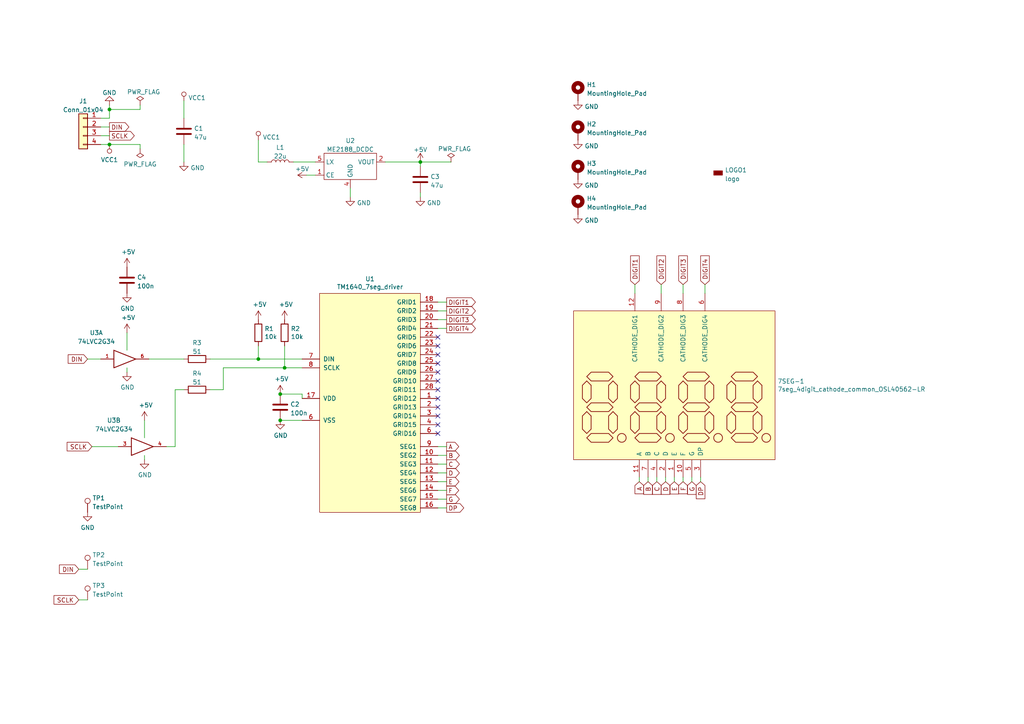
<source format=kicad_sch>
(kicad_sch (version 20211123) (generator eeschema)

  (uuid 1e83732b-3c30-4c89-80f0-3a0106675c92)

  (paper "A4")

  (title_block
    (title "4-7segs-san")
    (date "2023-03-17")
    (rev "20220317")
    (company "Kinoshita Laboratory")
  )

  (lib_symbols
    (symbol "4-7segs-san:7seg_4digit_cathode_common_OSL40562-LR" (pin_names (offset 1.016)) (in_bom yes) (on_board yes)
      (property "Reference" "7SEG-" (id 0) (at 1.27 29.21 0)
        (effects (font (size 1.27 1.27)))
      )
      (property "Value" "7seg_4digit_cathode_common_OSL40562-LR" (id 1) (at 1.27 26.67 0)
        (effects (font (size 1.27 1.27)))
      )
      (property "Footprint" "" (id 2) (at -6.35 1.27 0)
        (effects (font (size 1.27 1.27)) hide)
      )
      (property "Datasheet" "" (id 3) (at -6.35 1.27 0)
        (effects (font (size 1.27 1.27)) hide)
      )
      (symbol "7seg_4digit_cathode_common_OSL40562-LR_0_0"
        (circle (center -13.97 -21.59) (radius 1.27)
          (stroke (width 0.2032) (type default) (color 0 0 0 0))
          (fill (type none))
        )
        (polyline
          (pts
            (xy -22.86 -6.35)
            (xy -24.13 -5.08)
          )
          (stroke (width 0.2032) (type default) (color 0 0 0 0))
          (fill (type none))
        )
        (polyline
          (pts
            (xy -24.13 -5.08)
            (xy -25.4 -6.35)
            (xy -25.4 -10.16)
            (xy -24.13 -11.43)
            (xy -22.86 -10.16)
            (xy -22.86 -6.35)
          )
          (stroke (width 0.2032) (type default) (color 0 0 0 0))
          (fill (type none))
        )
        (polyline
          (pts
            (xy -24.13 -3.81)
            (xy -22.86 -2.54)
            (xy -17.78 -2.54)
            (xy -16.51 -3.81)
            (xy -17.78 -5.08)
            (xy -22.86 -5.08)
            (xy -24.13 -3.81)
          )
          (stroke (width 0.2032) (type default) (color 0 0 0 0))
          (fill (type none))
        )
      )
      (symbol "7seg_4digit_cathode_common_OSL40562-LR_0_1"
        (rectangle (start -27.94 -27.94) (end 30.48 15.24)
          (stroke (width 0) (type default) (color 0 0 0 0))
          (fill (type background))
        )
      )
      (symbol "7seg_4digit_cathode_common_OSL40562-LR_1_1"
        (circle (center 0 -21.59) (radius 1.27)
          (stroke (width 0.2032) (type default) (color 0 0 0 0))
          (fill (type none))
        )
        (polyline
          (pts
            (xy -22.86 -15.24)
            (xy -24.13 -13.97)
          )
          (stroke (width 0.2032) (type default) (color 0 0 0 0))
          (fill (type none))
        )
        (polyline
          (pts
            (xy -15.24 -15.24)
            (xy -16.51 -13.97)
          )
          (stroke (width 0.2032) (type default) (color 0 0 0 0))
          (fill (type none))
        )
        (polyline
          (pts
            (xy -15.24 -6.35)
            (xy -16.51 -5.08)
          )
          (stroke (width 0.2032) (type default) (color 0 0 0 0))
          (fill (type none))
        )
        (polyline
          (pts
            (xy -8.89 -15.24)
            (xy -10.16 -13.97)
          )
          (stroke (width 0.2032) (type default) (color 0 0 0 0))
          (fill (type none))
        )
        (polyline
          (pts
            (xy -8.89 -6.35)
            (xy -10.16 -5.08)
          )
          (stroke (width 0.2032) (type default) (color 0 0 0 0))
          (fill (type none))
        )
        (polyline
          (pts
            (xy -1.27 -15.24)
            (xy -2.54 -13.97)
          )
          (stroke (width 0.2032) (type default) (color 0 0 0 0))
          (fill (type none))
        )
        (polyline
          (pts
            (xy -1.27 -6.35)
            (xy -2.54 -5.08)
          )
          (stroke (width 0.2032) (type default) (color 0 0 0 0))
          (fill (type none))
        )
        (polyline
          (pts
            (xy 5.08 -15.24)
            (xy 3.81 -13.97)
          )
          (stroke (width 0.2032) (type default) (color 0 0 0 0))
          (fill (type none))
        )
        (polyline
          (pts
            (xy 5.08 -6.35)
            (xy 3.81 -5.08)
          )
          (stroke (width 0.2032) (type default) (color 0 0 0 0))
          (fill (type none))
        )
        (polyline
          (pts
            (xy 12.7 -15.24)
            (xy 11.43 -13.97)
          )
          (stroke (width 0.2032) (type default) (color 0 0 0 0))
          (fill (type none))
        )
        (polyline
          (pts
            (xy 12.7 -6.35)
            (xy 11.43 -5.08)
          )
          (stroke (width 0.2032) (type default) (color 0 0 0 0))
          (fill (type none))
        )
        (polyline
          (pts
            (xy 19.05 -15.24)
            (xy 17.78 -13.97)
          )
          (stroke (width 0.2032) (type default) (color 0 0 0 0))
          (fill (type none))
        )
        (polyline
          (pts
            (xy 19.05 -6.35)
            (xy 17.78 -5.08)
          )
          (stroke (width 0.2032) (type default) (color 0 0 0 0))
          (fill (type none))
        )
        (polyline
          (pts
            (xy 26.67 -15.24)
            (xy 25.4 -13.97)
          )
          (stroke (width 0.2032) (type default) (color 0 0 0 0))
          (fill (type none))
        )
        (polyline
          (pts
            (xy 26.67 -6.35)
            (xy 25.4 -5.08)
          )
          (stroke (width 0.2032) (type default) (color 0 0 0 0))
          (fill (type none))
        )
        (polyline
          (pts
            (xy -24.13 -13.97)
            (xy -25.4 -15.24)
            (xy -25.4 -19.05)
            (xy -24.13 -20.32)
            (xy -22.86 -19.05)
            (xy -22.86 -15.24)
          )
          (stroke (width 0.2032) (type default) (color 0 0 0 0))
          (fill (type none))
        )
        (polyline
          (pts
            (xy -16.51 -13.97)
            (xy -17.78 -15.24)
            (xy -17.78 -19.05)
            (xy -16.51 -20.32)
            (xy -15.24 -19.05)
            (xy -15.24 -15.24)
          )
          (stroke (width 0.2032) (type default) (color 0 0 0 0))
          (fill (type none))
        )
        (polyline
          (pts
            (xy -16.51 -5.08)
            (xy -17.78 -6.35)
            (xy -17.78 -10.16)
            (xy -16.51 -11.43)
            (xy -15.24 -10.16)
            (xy -15.24 -6.35)
          )
          (stroke (width 0.2032) (type default) (color 0 0 0 0))
          (fill (type none))
        )
        (polyline
          (pts
            (xy -10.16 -13.97)
            (xy -11.43 -15.24)
            (xy -11.43 -19.05)
            (xy -10.16 -20.32)
            (xy -8.89 -19.05)
            (xy -8.89 -15.24)
          )
          (stroke (width 0.2032) (type default) (color 0 0 0 0))
          (fill (type none))
        )
        (polyline
          (pts
            (xy -10.16 -5.08)
            (xy -11.43 -6.35)
            (xy -11.43 -10.16)
            (xy -10.16 -11.43)
            (xy -8.89 -10.16)
            (xy -8.89 -6.35)
          )
          (stroke (width 0.2032) (type default) (color 0 0 0 0))
          (fill (type none))
        )
        (polyline
          (pts
            (xy -2.54 -13.97)
            (xy -3.81 -15.24)
            (xy -3.81 -19.05)
            (xy -2.54 -20.32)
            (xy -1.27 -19.05)
            (xy -1.27 -15.24)
          )
          (stroke (width 0.2032) (type default) (color 0 0 0 0))
          (fill (type none))
        )
        (polyline
          (pts
            (xy -2.54 -5.08)
            (xy -3.81 -6.35)
            (xy -3.81 -10.16)
            (xy -2.54 -11.43)
            (xy -1.27 -10.16)
            (xy -1.27 -6.35)
          )
          (stroke (width 0.2032) (type default) (color 0 0 0 0))
          (fill (type none))
        )
        (polyline
          (pts
            (xy 3.81 -13.97)
            (xy 2.54 -15.24)
            (xy 2.54 -19.05)
            (xy 3.81 -20.32)
            (xy 5.08 -19.05)
            (xy 5.08 -15.24)
          )
          (stroke (width 0.2032) (type default) (color 0 0 0 0))
          (fill (type none))
        )
        (polyline
          (pts
            (xy 3.81 -5.08)
            (xy 2.54 -6.35)
            (xy 2.54 -10.16)
            (xy 3.81 -11.43)
            (xy 5.08 -10.16)
            (xy 5.08 -6.35)
          )
          (stroke (width 0.2032) (type default) (color 0 0 0 0))
          (fill (type none))
        )
        (polyline
          (pts
            (xy 11.43 -13.97)
            (xy 10.16 -15.24)
            (xy 10.16 -19.05)
            (xy 11.43 -20.32)
            (xy 12.7 -19.05)
            (xy 12.7 -15.24)
          )
          (stroke (width 0.2032) (type default) (color 0 0 0 0))
          (fill (type none))
        )
        (polyline
          (pts
            (xy 11.43 -5.08)
            (xy 10.16 -6.35)
            (xy 10.16 -10.16)
            (xy 11.43 -11.43)
            (xy 12.7 -10.16)
            (xy 12.7 -6.35)
          )
          (stroke (width 0.2032) (type default) (color 0 0 0 0))
          (fill (type none))
        )
        (polyline
          (pts
            (xy 17.78 -13.97)
            (xy 16.51 -15.24)
            (xy 16.51 -19.05)
            (xy 17.78 -20.32)
            (xy 19.05 -19.05)
            (xy 19.05 -15.24)
          )
          (stroke (width 0.2032) (type default) (color 0 0 0 0))
          (fill (type none))
        )
        (polyline
          (pts
            (xy 17.78 -5.08)
            (xy 16.51 -6.35)
            (xy 16.51 -10.16)
            (xy 17.78 -11.43)
            (xy 19.05 -10.16)
            (xy 19.05 -6.35)
          )
          (stroke (width 0.2032) (type default) (color 0 0 0 0))
          (fill (type none))
        )
        (polyline
          (pts
            (xy 25.4 -13.97)
            (xy 24.13 -15.24)
            (xy 24.13 -19.05)
            (xy 25.4 -20.32)
            (xy 26.67 -19.05)
            (xy 26.67 -15.24)
          )
          (stroke (width 0.2032) (type default) (color 0 0 0 0))
          (fill (type none))
        )
        (polyline
          (pts
            (xy 25.4 -5.08)
            (xy 24.13 -6.35)
            (xy 24.13 -10.16)
            (xy 25.4 -11.43)
            (xy 26.67 -10.16)
            (xy 26.67 -6.35)
          )
          (stroke (width 0.2032) (type default) (color 0 0 0 0))
          (fill (type none))
        )
        (polyline
          (pts
            (xy -24.13 -21.59)
            (xy -22.86 -20.32)
            (xy -17.78 -20.32)
            (xy -16.51 -21.59)
            (xy -17.78 -22.86)
            (xy -22.86 -22.86)
            (xy -24.13 -21.59)
          )
          (stroke (width 0.2032) (type default) (color 0 0 0 0))
          (fill (type none))
        )
        (polyline
          (pts
            (xy -24.13 -12.7)
            (xy -22.86 -11.43)
            (xy -17.78 -11.43)
            (xy -16.51 -12.7)
            (xy -17.78 -13.97)
            (xy -22.86 -13.97)
            (xy -24.13 -12.7)
          )
          (stroke (width 0.2032) (type default) (color 0 0 0 0))
          (fill (type none))
        )
        (polyline
          (pts
            (xy -10.16 -21.59)
            (xy -8.89 -20.32)
            (xy -3.81 -20.32)
            (xy -2.54 -21.59)
            (xy -3.81 -22.86)
            (xy -8.89 -22.86)
            (xy -10.16 -21.59)
          )
          (stroke (width 0.2032) (type default) (color 0 0 0 0))
          (fill (type none))
        )
        (polyline
          (pts
            (xy -10.16 -12.7)
            (xy -8.89 -11.43)
            (xy -3.81 -11.43)
            (xy -2.54 -12.7)
            (xy -3.81 -13.97)
            (xy -8.89 -13.97)
            (xy -10.16 -12.7)
          )
          (stroke (width 0.2032) (type default) (color 0 0 0 0))
          (fill (type none))
        )
        (polyline
          (pts
            (xy -10.16 -3.81)
            (xy -8.89 -2.54)
            (xy -3.81 -2.54)
            (xy -2.54 -3.81)
            (xy -3.81 -5.08)
            (xy -8.89 -5.08)
            (xy -10.16 -3.81)
          )
          (stroke (width 0.2032) (type default) (color 0 0 0 0))
          (fill (type none))
        )
        (polyline
          (pts
            (xy 3.81 -21.59)
            (xy 5.08 -20.32)
            (xy 10.16 -20.32)
            (xy 11.43 -21.59)
            (xy 10.16 -22.86)
            (xy 5.08 -22.86)
            (xy 3.81 -21.59)
          )
          (stroke (width 0.2032) (type default) (color 0 0 0 0))
          (fill (type none))
        )
        (polyline
          (pts
            (xy 3.81 -12.7)
            (xy 5.08 -11.43)
            (xy 10.16 -11.43)
            (xy 11.43 -12.7)
            (xy 10.16 -13.97)
            (xy 5.08 -13.97)
            (xy 3.81 -12.7)
          )
          (stroke (width 0.2032) (type default) (color 0 0 0 0))
          (fill (type none))
        )
        (polyline
          (pts
            (xy 3.81 -3.81)
            (xy 5.08 -2.54)
            (xy 10.16 -2.54)
            (xy 11.43 -3.81)
            (xy 10.16 -5.08)
            (xy 5.08 -5.08)
            (xy 3.81 -3.81)
          )
          (stroke (width 0.2032) (type default) (color 0 0 0 0))
          (fill (type none))
        )
        (polyline
          (pts
            (xy 17.78 -21.59)
            (xy 19.05 -20.32)
            (xy 24.13 -20.32)
            (xy 25.4 -21.59)
            (xy 24.13 -22.86)
            (xy 19.05 -22.86)
            (xy 17.78 -21.59)
          )
          (stroke (width 0.2032) (type default) (color 0 0 0 0))
          (fill (type none))
        )
        (polyline
          (pts
            (xy 17.78 -12.7)
            (xy 19.05 -11.43)
            (xy 24.13 -11.43)
            (xy 25.4 -12.7)
            (xy 24.13 -13.97)
            (xy 19.05 -13.97)
            (xy 17.78 -12.7)
          )
          (stroke (width 0.2032) (type default) (color 0 0 0 0))
          (fill (type none))
        )
        (polyline
          (pts
            (xy 17.78 -3.81)
            (xy 19.05 -2.54)
            (xy 24.13 -2.54)
            (xy 25.4 -3.81)
            (xy 24.13 -5.08)
            (xy 19.05 -5.08)
            (xy 17.78 -3.81)
          )
          (stroke (width 0.2032) (type default) (color 0 0 0 0))
          (fill (type none))
        )
        (circle (center 13.97 -21.59) (radius 1.27)
          (stroke (width 0.2032) (type default) (color 0 0 0 0))
          (fill (type none))
        )
        (circle (center 27.94 -21.59) (radius 1.27)
          (stroke (width 0.2032) (type default) (color 0 0 0 0))
          (fill (type none))
        )
        (pin bidirectional line (at 1.27 -33.02 90) (length 5.08)
          (name "E" (effects (font (size 1.27 1.27))))
          (number "1" (effects (font (size 1.27 1.27))))
        )
        (pin bidirectional line (at 3.81 -33.02 90) (length 5.08)
          (name "F" (effects (font (size 1.27 1.27))))
          (number "10" (effects (font (size 1.27 1.27))))
        )
        (pin bidirectional line (at -8.89 -33.02 90) (length 5.08)
          (name "A" (effects (font (size 1.27 1.27))))
          (number "11" (effects (font (size 1.27 1.27))))
        )
        (pin output line (at -10.16 20.32 270) (length 5.08)
          (name "CATHODE_DIG1" (effects (font (size 1.27 1.27))))
          (number "12" (effects (font (size 1.27 1.27))))
        )
        (pin bidirectional line (at -1.27 -33.02 90) (length 5.08)
          (name "D" (effects (font (size 1.27 1.27))))
          (number "2" (effects (font (size 1.27 1.27))))
        )
        (pin bidirectional line (at 8.89 -33.02 90) (length 5.08)
          (name "DP" (effects (font (size 1.27 1.27))))
          (number "3" (effects (font (size 1.27 1.27))))
        )
        (pin bidirectional line (at -3.81 -33.02 90) (length 5.08)
          (name "C" (effects (font (size 1.27 1.27))))
          (number "4" (effects (font (size 1.27 1.27))))
        )
        (pin bidirectional line (at 6.35 -33.02 90) (length 5.08)
          (name "G" (effects (font (size 1.27 1.27))))
          (number "5" (effects (font (size 1.27 1.27))))
        )
        (pin output line (at 10.16 20.32 270) (length 5.08)
          (name "CATHODE_DIG4" (effects (font (size 1.27 1.27))))
          (number "6" (effects (font (size 1.27 1.27))))
        )
        (pin bidirectional line (at -6.35 -33.02 90) (length 5.08)
          (name "B" (effects (font (size 1.27 1.27))))
          (number "7" (effects (font (size 1.27 1.27))))
        )
        (pin output line (at 3.81 20.32 270) (length 5.08)
          (name "CATHODE_DIG3" (effects (font (size 1.27 1.27))))
          (number "8" (effects (font (size 1.27 1.27))))
        )
        (pin output line (at -2.54 20.32 270) (length 5.08)
          (name "CATHODE_DIG2" (effects (font (size 1.27 1.27))))
          (number "9" (effects (font (size 1.27 1.27))))
        )
      )
    )
    (symbol "4-7segs-san:ME2188_DCDC" (in_bom yes) (on_board yes)
      (property "Reference" "U" (id 0) (at 0 7.62 0)
        (effects (font (size 1.27 1.27)))
      )
      (property "Value" "ME2188_DCDC" (id 1) (at 0 5.08 0)
        (effects (font (size 1.27 1.27)))
      )
      (property "Footprint" "Package_TO_SOT_SMD:SOT-23-5_HandSoldering" (id 2) (at 0 8.89 0)
        (effects (font (size 1.27 1.27)) hide)
      )
      (property "Datasheet" "" (id 3) (at 0 0 0)
        (effects (font (size 1.27 1.27)) hide)
      )
      (symbol "ME2188_DCDC_0_1"
        (rectangle (start -7.62 2.54) (end 7.62 -5.08)
          (stroke (width 0.1524) (type default) (color 0 0 0 0))
          (fill (type none))
        )
      )
      (symbol "ME2188_DCDC_1_1"
        (pin passive line (at -10.16 -3.81 0) (length 2.54)
          (name "CE" (effects (font (size 1.27 1.27))))
          (number "1" (effects (font (size 1.27 1.27))))
        )
        (pin passive line (at 10.16 0 180) (length 2.54)
          (name "VOUT" (effects (font (size 1.27 1.27))))
          (number "2" (effects (font (size 1.27 1.27))))
        )
        (pin passive line (at 0 -7.62 90) (length 2.54)
          (name "GND" (effects (font (size 1.27 1.27))))
          (number "4" (effects (font (size 1.27 1.27))))
        )
        (pin passive line (at -10.16 0 0) (length 2.54)
          (name "LX" (effects (font (size 1.27 1.27))))
          (number "5" (effects (font (size 1.27 1.27))))
        )
      )
    )
    (symbol "4-7segs-san:TM1640_7seg_driver" (pin_names (offset 1.016)) (in_bom yes) (on_board yes)
      (property "Reference" "U" (id 0) (at 0 26.67 0)
        (effects (font (size 1.27 1.27)))
      )
      (property "Value" "TM1640_7seg_driver" (id 1) (at -1.27 24.13 0)
        (effects (font (size 1.27 1.27)))
      )
      (property "Footprint" "" (id 2) (at 0 26.67 0)
        (effects (font (size 1.27 1.27)) hide)
      )
      (property "Datasheet" "" (id 3) (at 0 26.67 0)
        (effects (font (size 1.27 1.27)) hide)
      )
      (symbol "TM1640_7seg_driver_0_1"
        (rectangle (start 13.97 21.59) (end -15.24 -41.91)
          (stroke (width 0) (type default) (color 0 0 0 0))
          (fill (type background))
        )
      )
      (symbol "TM1640_7seg_driver_1_1"
        (pin input line (at 19.05 -8.89 180) (length 5.08)
          (name "GRID12" (effects (font (size 1.27 1.27))))
          (number "1" (effects (font (size 1.27 1.27))))
        )
        (pin output line (at 19.05 -25.4 180) (length 5.08)
          (name "SEG2" (effects (font (size 1.27 1.27))))
          (number "10" (effects (font (size 1.27 1.27))))
        )
        (pin output line (at 19.05 -27.94 180) (length 5.08)
          (name "SEG3" (effects (font (size 1.27 1.27))))
          (number "11" (effects (font (size 1.27 1.27))))
        )
        (pin output line (at 19.05 -30.48 180) (length 5.08)
          (name "SEG4" (effects (font (size 1.27 1.27))))
          (number "12" (effects (font (size 1.27 1.27))))
        )
        (pin output line (at 19.05 -33.02 180) (length 5.08)
          (name "SEG5" (effects (font (size 1.27 1.27))))
          (number "13" (effects (font (size 1.27 1.27))))
        )
        (pin output line (at 19.05 -35.56 180) (length 5.08)
          (name "SEG6" (effects (font (size 1.27 1.27))))
          (number "14" (effects (font (size 1.27 1.27))))
        )
        (pin output line (at 19.05 -38.1 180) (length 5.08)
          (name "SEG7" (effects (font (size 1.27 1.27))))
          (number "15" (effects (font (size 1.27 1.27))))
        )
        (pin output line (at 19.05 -40.64 180) (length 5.08)
          (name "SEG8" (effects (font (size 1.27 1.27))))
          (number "16" (effects (font (size 1.27 1.27))))
        )
        (pin power_in line (at -20.32 -8.89 0) (length 5.08)
          (name "VDD" (effects (font (size 1.27 1.27))))
          (number "17" (effects (font (size 1.27 1.27))))
        )
        (pin input line (at 19.05 19.05 180) (length 5.08)
          (name "GRID1" (effects (font (size 1.27 1.27))))
          (number "18" (effects (font (size 1.27 1.27))))
        )
        (pin input line (at 19.05 16.51 180) (length 5.08)
          (name "GRID2" (effects (font (size 1.27 1.27))))
          (number "19" (effects (font (size 1.27 1.27))))
        )
        (pin input line (at 19.05 -11.43 180) (length 5.08)
          (name "GRID13" (effects (font (size 1.27 1.27))))
          (number "2" (effects (font (size 1.27 1.27))))
        )
        (pin input line (at 19.05 13.97 180) (length 5.08)
          (name "GRID3" (effects (font (size 1.27 1.27))))
          (number "20" (effects (font (size 1.27 1.27))))
        )
        (pin input line (at 19.05 11.43 180) (length 5.08)
          (name "GRID4" (effects (font (size 1.27 1.27))))
          (number "21" (effects (font (size 1.27 1.27))))
        )
        (pin bidirectional line (at 19.05 8.89 180) (length 5.08)
          (name "GRID5" (effects (font (size 1.27 1.27))))
          (number "22" (effects (font (size 1.27 1.27))))
        )
        (pin bidirectional line (at 19.05 6.35 180) (length 5.08)
          (name "GRID6" (effects (font (size 1.27 1.27))))
          (number "23" (effects (font (size 1.27 1.27))))
        )
        (pin bidirectional line (at 19.05 3.81 180) (length 5.08)
          (name "GRID7" (effects (font (size 1.27 1.27))))
          (number "24" (effects (font (size 1.27 1.27))))
        )
        (pin bidirectional line (at 19.05 1.27 180) (length 5.08)
          (name "GRID8" (effects (font (size 1.27 1.27))))
          (number "25" (effects (font (size 1.27 1.27))))
        )
        (pin input line (at 19.05 -1.27 180) (length 5.08)
          (name "GRID9" (effects (font (size 1.27 1.27))))
          (number "26" (effects (font (size 1.27 1.27))))
        )
        (pin input line (at 19.05 -3.81 180) (length 5.08)
          (name "GRID10" (effects (font (size 1.27 1.27))))
          (number "27" (effects (font (size 1.27 1.27))))
        )
        (pin input line (at 19.05 -6.35 180) (length 5.08)
          (name "GRID11" (effects (font (size 1.27 1.27))))
          (number "28" (effects (font (size 1.27 1.27))))
        )
        (pin input line (at 19.05 -13.97 180) (length 5.08)
          (name "GRID14" (effects (font (size 1.27 1.27))))
          (number "3" (effects (font (size 1.27 1.27))))
        )
        (pin input line (at 19.05 -16.51 180) (length 5.08)
          (name "GRID15" (effects (font (size 1.27 1.27))))
          (number "4" (effects (font (size 1.27 1.27))))
        )
        (pin input line (at 19.05 -19.05 180) (length 5.08)
          (name "GRID16" (effects (font (size 1.27 1.27))))
          (number "6" (effects (font (size 1.27 1.27))))
        )
        (pin power_in line (at -20.32 -15.24 0) (length 5.08)
          (name "VSS" (effects (font (size 1.27 1.27))))
          (number "6" (effects (font (size 1.27 1.27))))
        )
        (pin input line (at -20.32 2.54 0) (length 5.08)
          (name "DIN" (effects (font (size 1.27 1.27))))
          (number "7" (effects (font (size 1.27 1.27))))
        )
        (pin input line (at -20.32 0 0) (length 5.08)
          (name "SCLK" (effects (font (size 1.27 1.27))))
          (number "8" (effects (font (size 1.27 1.27))))
        )
        (pin output line (at 19.05 -22.86 180) (length 5.08)
          (name "SEG1" (effects (font (size 1.27 1.27))))
          (number "9" (effects (font (size 1.27 1.27))))
        )
      )
    )
    (symbol "4-7segs-san:V+" (power) (pin_names (offset 0)) (in_bom yes) (on_board yes)
      (property "Reference" "#PWR" (id 0) (at 0 -3.81 0)
        (effects (font (size 1.27 1.27)) hide)
      )
      (property "Value" "V+" (id 1) (at 0 3.81 0)
        (effects (font (size 1.27 1.27)))
      )
      (property "Footprint" "" (id 2) (at 0 0 0)
        (effects (font (size 1.27 1.27)) hide)
      )
      (property "Datasheet" "" (id 3) (at 0 0 0)
        (effects (font (size 1.27 1.27)) hide)
      )
      (property "ki_keywords" "power-flag" (id 4) (at 0 0 0)
        (effects (font (size 1.27 1.27)) hide)
      )
      (property "ki_description" "Power symbol creates a global label with name \"VCC1\"" (id 5) (at 0 0 0)
        (effects (font (size 1.27 1.27)) hide)
      )
      (symbol "V+_0_1"
        (polyline
          (pts
            (xy 0 0)
            (xy 0 1.27)
          )
          (stroke (width 0) (type default) (color 0 0 0 0))
          (fill (type none))
        )
        (circle (center 0 1.905) (radius 0.635)
          (stroke (width 0) (type default) (color 0 0 0 0))
          (fill (type none))
        )
      )
      (symbol "V+_1_1"
        (pin power_in line (at 0 0 90) (length 0) hide
          (name "VCC1" (effects (font (size 1.27 1.27))))
          (number "1" (effects (font (size 1.27 1.27))))
        )
      )
    )
    (symbol "4-7segs-san:logo" (pin_numbers hide) (pin_names (offset 0) hide) (in_bom yes) (on_board yes)
      (property "Reference" "LOGO" (id 0) (at 0 2.54 0)
        (effects (font (size 1.27 1.27)))
      )
      (property "Value" "logo" (id 1) (at 0 1.27 0)
        (effects (font (size 1.27 1.27)))
      )
      (property "Footprint" "" (id 2) (at 0 0 0)
        (effects (font (size 1.27 1.27)) hide)
      )
      (property "Datasheet" "" (id 3) (at 0 0 0)
        (effects (font (size 1.27 1.27)) hide)
      )
      (symbol "logo_0_1"
        (rectangle (start -1.27 0) (end 1.27 -1.27)
          (stroke (width 0.1524) (type default) (color 0 0 0 0))
          (fill (type outline))
        )
      )
    )
    (symbol "74xGxx:74LVC2G34" (pin_names (offset 1.016)) (in_bom yes) (on_board yes)
      (property "Reference" "U" (id 0) (at -2.54 3.81 0)
        (effects (font (size 1.27 1.27)))
      )
      (property "Value" "74LVC2G34" (id 1) (at 0 -3.81 0)
        (effects (font (size 1.27 1.27)))
      )
      (property "Footprint" "" (id 2) (at 0 0 0)
        (effects (font (size 1.27 1.27)) hide)
      )
      (property "Datasheet" "http://www.ti.com/lit/sg/scyt129e/scyt129e.pdf" (id 3) (at 0 0 0)
        (effects (font (size 1.27 1.27)) hide)
      )
      (property "ki_keywords" "Dual Buffer LVC CMOS" (id 4) (at 0 0 0)
        (effects (font (size 1.27 1.27)) hide)
      )
      (property "ki_description" "Dual Buffer, Low-Voltage CMOS" (id 5) (at 0 0 0)
        (effects (font (size 1.27 1.27)) hide)
      )
      (property "ki_fp_filters" "SG-* SOT*" (id 6) (at 0 0 0)
        (effects (font (size 1.27 1.27)) hide)
      )
      (symbol "74LVC2G34_0_1"
        (polyline
          (pts
            (xy -3.81 2.54)
            (xy -3.81 -2.54)
            (xy 2.54 0)
            (xy -3.81 2.54)
          )
          (stroke (width 0.254) (type default) (color 0 0 0 0))
          (fill (type none))
        )
        (pin power_in line (at 0 -2.54 270) (length 0) hide
          (name "GND" (effects (font (size 1.016 1.016))))
          (number "2" (effects (font (size 1.016 1.016))))
        )
        (pin power_in line (at 0 2.54 90) (length 0) hide
          (name "VCC" (effects (font (size 1.016 1.016))))
          (number "5" (effects (font (size 1.016 1.016))))
        )
      )
      (symbol "74LVC2G34_1_1"
        (pin input line (at -7.62 0 0) (length 3.81)
          (name "~" (effects (font (size 1.016 1.016))))
          (number "1" (effects (font (size 1.016 1.016))))
        )
        (pin output line (at 6.35 0 180) (length 3.81)
          (name "~" (effects (font (size 1.016 1.016))))
          (number "6" (effects (font (size 1.016 1.016))))
        )
      )
      (symbol "74LVC2G34_2_1"
        (pin input line (at -7.62 0 0) (length 3.81)
          (name "~" (effects (font (size 1.016 1.016))))
          (number "3" (effects (font (size 1.016 1.016))))
        )
        (pin output line (at 6.35 0 180) (length 3.81)
          (name "~" (effects (font (size 1.016 1.016))))
          (number "4" (effects (font (size 1.016 1.016))))
        )
      )
    )
    (symbol "Connector:TestPoint" (pin_numbers hide) (pin_names (offset 0.762) hide) (in_bom yes) (on_board yes)
      (property "Reference" "TP" (id 0) (at 0 6.858 0)
        (effects (font (size 1.27 1.27)))
      )
      (property "Value" "TestPoint" (id 1) (at 0 5.08 0)
        (effects (font (size 1.27 1.27)))
      )
      (property "Footprint" "" (id 2) (at 5.08 0 0)
        (effects (font (size 1.27 1.27)) hide)
      )
      (property "Datasheet" "~" (id 3) (at 5.08 0 0)
        (effects (font (size 1.27 1.27)) hide)
      )
      (property "ki_keywords" "test point tp" (id 4) (at 0 0 0)
        (effects (font (size 1.27 1.27)) hide)
      )
      (property "ki_description" "test point" (id 5) (at 0 0 0)
        (effects (font (size 1.27 1.27)) hide)
      )
      (property "ki_fp_filters" "Pin* Test*" (id 6) (at 0 0 0)
        (effects (font (size 1.27 1.27)) hide)
      )
      (symbol "TestPoint_0_1"
        (circle (center 0 3.302) (radius 0.762)
          (stroke (width 0) (type default) (color 0 0 0 0))
          (fill (type none))
        )
      )
      (symbol "TestPoint_1_1"
        (pin passive line (at 0 0 90) (length 2.54)
          (name "1" (effects (font (size 1.27 1.27))))
          (number "1" (effects (font (size 1.27 1.27))))
        )
      )
    )
    (symbol "Connector_Generic:Conn_01x04" (pin_names (offset 1.016) hide) (in_bom yes) (on_board yes)
      (property "Reference" "J" (id 0) (at 0 5.08 0)
        (effects (font (size 1.27 1.27)))
      )
      (property "Value" "Conn_01x04" (id 1) (at 0 -7.62 0)
        (effects (font (size 1.27 1.27)))
      )
      (property "Footprint" "" (id 2) (at 0 0 0)
        (effects (font (size 1.27 1.27)) hide)
      )
      (property "Datasheet" "~" (id 3) (at 0 0 0)
        (effects (font (size 1.27 1.27)) hide)
      )
      (property "ki_keywords" "connector" (id 4) (at 0 0 0)
        (effects (font (size 1.27 1.27)) hide)
      )
      (property "ki_description" "Generic connector, single row, 01x04, script generated (kicad-library-utils/schlib/autogen/connector/)" (id 5) (at 0 0 0)
        (effects (font (size 1.27 1.27)) hide)
      )
      (property "ki_fp_filters" "Connector*:*_1x??_*" (id 6) (at 0 0 0)
        (effects (font (size 1.27 1.27)) hide)
      )
      (symbol "Conn_01x04_1_1"
        (rectangle (start -1.27 -4.953) (end 0 -5.207)
          (stroke (width 0.1524) (type default) (color 0 0 0 0))
          (fill (type none))
        )
        (rectangle (start -1.27 -2.413) (end 0 -2.667)
          (stroke (width 0.1524) (type default) (color 0 0 0 0))
          (fill (type none))
        )
        (rectangle (start -1.27 0.127) (end 0 -0.127)
          (stroke (width 0.1524) (type default) (color 0 0 0 0))
          (fill (type none))
        )
        (rectangle (start -1.27 2.667) (end 0 2.413)
          (stroke (width 0.1524) (type default) (color 0 0 0 0))
          (fill (type none))
        )
        (rectangle (start -1.27 3.81) (end 1.27 -6.35)
          (stroke (width 0.254) (type default) (color 0 0 0 0))
          (fill (type background))
        )
        (pin passive line (at -5.08 2.54 0) (length 3.81)
          (name "Pin_1" (effects (font (size 1.27 1.27))))
          (number "1" (effects (font (size 1.27 1.27))))
        )
        (pin passive line (at -5.08 0 0) (length 3.81)
          (name "Pin_2" (effects (font (size 1.27 1.27))))
          (number "2" (effects (font (size 1.27 1.27))))
        )
        (pin passive line (at -5.08 -2.54 0) (length 3.81)
          (name "Pin_3" (effects (font (size 1.27 1.27))))
          (number "3" (effects (font (size 1.27 1.27))))
        )
        (pin passive line (at -5.08 -5.08 0) (length 3.81)
          (name "Pin_4" (effects (font (size 1.27 1.27))))
          (number "4" (effects (font (size 1.27 1.27))))
        )
      )
    )
    (symbol "Device:C" (pin_numbers hide) (pin_names (offset 0.254)) (in_bom yes) (on_board yes)
      (property "Reference" "C" (id 0) (at 0.635 2.54 0)
        (effects (font (size 1.27 1.27)) (justify left))
      )
      (property "Value" "C" (id 1) (at 0.635 -2.54 0)
        (effects (font (size 1.27 1.27)) (justify left))
      )
      (property "Footprint" "" (id 2) (at 0.9652 -3.81 0)
        (effects (font (size 1.27 1.27)) hide)
      )
      (property "Datasheet" "~" (id 3) (at 0 0 0)
        (effects (font (size 1.27 1.27)) hide)
      )
      (property "ki_keywords" "cap capacitor" (id 4) (at 0 0 0)
        (effects (font (size 1.27 1.27)) hide)
      )
      (property "ki_description" "Unpolarized capacitor" (id 5) (at 0 0 0)
        (effects (font (size 1.27 1.27)) hide)
      )
      (property "ki_fp_filters" "C_*" (id 6) (at 0 0 0)
        (effects (font (size 1.27 1.27)) hide)
      )
      (symbol "C_0_1"
        (polyline
          (pts
            (xy -2.032 -0.762)
            (xy 2.032 -0.762)
          )
          (stroke (width 0.508) (type default) (color 0 0 0 0))
          (fill (type none))
        )
        (polyline
          (pts
            (xy -2.032 0.762)
            (xy 2.032 0.762)
          )
          (stroke (width 0.508) (type default) (color 0 0 0 0))
          (fill (type none))
        )
      )
      (symbol "C_1_1"
        (pin passive line (at 0 3.81 270) (length 2.794)
          (name "~" (effects (font (size 1.27 1.27))))
          (number "1" (effects (font (size 1.27 1.27))))
        )
        (pin passive line (at 0 -3.81 90) (length 2.794)
          (name "~" (effects (font (size 1.27 1.27))))
          (number "2" (effects (font (size 1.27 1.27))))
        )
      )
    )
    (symbol "Device:L" (pin_numbers hide) (pin_names (offset 1.016) hide) (in_bom yes) (on_board yes)
      (property "Reference" "L" (id 0) (at -1.27 0 90)
        (effects (font (size 1.27 1.27)))
      )
      (property "Value" "L" (id 1) (at 1.905 0 90)
        (effects (font (size 1.27 1.27)))
      )
      (property "Footprint" "" (id 2) (at 0 0 0)
        (effects (font (size 1.27 1.27)) hide)
      )
      (property "Datasheet" "~" (id 3) (at 0 0 0)
        (effects (font (size 1.27 1.27)) hide)
      )
      (property "ki_keywords" "inductor choke coil reactor magnetic" (id 4) (at 0 0 0)
        (effects (font (size 1.27 1.27)) hide)
      )
      (property "ki_description" "Inductor" (id 5) (at 0 0 0)
        (effects (font (size 1.27 1.27)) hide)
      )
      (property "ki_fp_filters" "Choke_* *Coil* Inductor_* L_*" (id 6) (at 0 0 0)
        (effects (font (size 1.27 1.27)) hide)
      )
      (symbol "L_0_1"
        (arc (start 0 -2.54) (mid 0.635 -1.905) (end 0 -1.27)
          (stroke (width 0) (type default) (color 0 0 0 0))
          (fill (type none))
        )
        (arc (start 0 -1.27) (mid 0.635 -0.635) (end 0 0)
          (stroke (width 0) (type default) (color 0 0 0 0))
          (fill (type none))
        )
        (arc (start 0 0) (mid 0.635 0.635) (end 0 1.27)
          (stroke (width 0) (type default) (color 0 0 0 0))
          (fill (type none))
        )
        (arc (start 0 1.27) (mid 0.635 1.905) (end 0 2.54)
          (stroke (width 0) (type default) (color 0 0 0 0))
          (fill (type none))
        )
      )
      (symbol "L_1_1"
        (pin passive line (at 0 3.81 270) (length 1.27)
          (name "1" (effects (font (size 1.27 1.27))))
          (number "1" (effects (font (size 1.27 1.27))))
        )
        (pin passive line (at 0 -3.81 90) (length 1.27)
          (name "2" (effects (font (size 1.27 1.27))))
          (number "2" (effects (font (size 1.27 1.27))))
        )
      )
    )
    (symbol "Device:R" (pin_numbers hide) (pin_names (offset 0)) (in_bom yes) (on_board yes)
      (property "Reference" "R" (id 0) (at 2.032 0 90)
        (effects (font (size 1.27 1.27)))
      )
      (property "Value" "R" (id 1) (at 0 0 90)
        (effects (font (size 1.27 1.27)))
      )
      (property "Footprint" "" (id 2) (at -1.778 0 90)
        (effects (font (size 1.27 1.27)) hide)
      )
      (property "Datasheet" "~" (id 3) (at 0 0 0)
        (effects (font (size 1.27 1.27)) hide)
      )
      (property "ki_keywords" "R res resistor" (id 4) (at 0 0 0)
        (effects (font (size 1.27 1.27)) hide)
      )
      (property "ki_description" "Resistor" (id 5) (at 0 0 0)
        (effects (font (size 1.27 1.27)) hide)
      )
      (property "ki_fp_filters" "R_*" (id 6) (at 0 0 0)
        (effects (font (size 1.27 1.27)) hide)
      )
      (symbol "R_0_1"
        (rectangle (start -1.016 -2.54) (end 1.016 2.54)
          (stroke (width 0.254) (type default) (color 0 0 0 0))
          (fill (type none))
        )
      )
      (symbol "R_1_1"
        (pin passive line (at 0 3.81 270) (length 1.27)
          (name "~" (effects (font (size 1.27 1.27))))
          (number "1" (effects (font (size 1.27 1.27))))
        )
        (pin passive line (at 0 -3.81 90) (length 1.27)
          (name "~" (effects (font (size 1.27 1.27))))
          (number "2" (effects (font (size 1.27 1.27))))
        )
      )
    )
    (symbol "Mechanical:MountingHole_Pad" (pin_numbers hide) (pin_names (offset 1.016) hide) (in_bom yes) (on_board yes)
      (property "Reference" "H" (id 0) (at 0 6.35 0)
        (effects (font (size 1.27 1.27)))
      )
      (property "Value" "MountingHole_Pad" (id 1) (at 0 4.445 0)
        (effects (font (size 1.27 1.27)))
      )
      (property "Footprint" "" (id 2) (at 0 0 0)
        (effects (font (size 1.27 1.27)) hide)
      )
      (property "Datasheet" "~" (id 3) (at 0 0 0)
        (effects (font (size 1.27 1.27)) hide)
      )
      (property "ki_keywords" "mounting hole" (id 4) (at 0 0 0)
        (effects (font (size 1.27 1.27)) hide)
      )
      (property "ki_description" "Mounting Hole with connection" (id 5) (at 0 0 0)
        (effects (font (size 1.27 1.27)) hide)
      )
      (property "ki_fp_filters" "MountingHole*Pad*" (id 6) (at 0 0 0)
        (effects (font (size 1.27 1.27)) hide)
      )
      (symbol "MountingHole_Pad_0_1"
        (circle (center 0 1.27) (radius 1.27)
          (stroke (width 1.27) (type default) (color 0 0 0 0))
          (fill (type none))
        )
      )
      (symbol "MountingHole_Pad_1_1"
        (pin input line (at 0 -2.54 90) (length 2.54)
          (name "1" (effects (font (size 1.27 1.27))))
          (number "1" (effects (font (size 1.27 1.27))))
        )
      )
    )
    (symbol "power:+5V" (power) (pin_names (offset 0)) (in_bom yes) (on_board yes)
      (property "Reference" "#PWR" (id 0) (at 0 -3.81 0)
        (effects (font (size 1.27 1.27)) hide)
      )
      (property "Value" "+5V" (id 1) (at 0 3.556 0)
        (effects (font (size 1.27 1.27)))
      )
      (property "Footprint" "" (id 2) (at 0 0 0)
        (effects (font (size 1.27 1.27)) hide)
      )
      (property "Datasheet" "" (id 3) (at 0 0 0)
        (effects (font (size 1.27 1.27)) hide)
      )
      (property "ki_keywords" "power-flag" (id 4) (at 0 0 0)
        (effects (font (size 1.27 1.27)) hide)
      )
      (property "ki_description" "Power symbol creates a global label with name \"+5V\"" (id 5) (at 0 0 0)
        (effects (font (size 1.27 1.27)) hide)
      )
      (symbol "+5V_0_1"
        (polyline
          (pts
            (xy -0.762 1.27)
            (xy 0 2.54)
          )
          (stroke (width 0) (type default) (color 0 0 0 0))
          (fill (type none))
        )
        (polyline
          (pts
            (xy 0 0)
            (xy 0 2.54)
          )
          (stroke (width 0) (type default) (color 0 0 0 0))
          (fill (type none))
        )
        (polyline
          (pts
            (xy 0 2.54)
            (xy 0.762 1.27)
          )
          (stroke (width 0) (type default) (color 0 0 0 0))
          (fill (type none))
        )
      )
      (symbol "+5V_1_1"
        (pin power_in line (at 0 0 90) (length 0) hide
          (name "+5V" (effects (font (size 1.27 1.27))))
          (number "1" (effects (font (size 1.27 1.27))))
        )
      )
    )
    (symbol "power:GND" (power) (pin_names (offset 0)) (in_bom yes) (on_board yes)
      (property "Reference" "#PWR" (id 0) (at 0 -6.35 0)
        (effects (font (size 1.27 1.27)) hide)
      )
      (property "Value" "GND" (id 1) (at 0 -3.81 0)
        (effects (font (size 1.27 1.27)))
      )
      (property "Footprint" "" (id 2) (at 0 0 0)
        (effects (font (size 1.27 1.27)) hide)
      )
      (property "Datasheet" "" (id 3) (at 0 0 0)
        (effects (font (size 1.27 1.27)) hide)
      )
      (property "ki_keywords" "power-flag" (id 4) (at 0 0 0)
        (effects (font (size 1.27 1.27)) hide)
      )
      (property "ki_description" "Power symbol creates a global label with name \"GND\" , ground" (id 5) (at 0 0 0)
        (effects (font (size 1.27 1.27)) hide)
      )
      (symbol "GND_0_1"
        (polyline
          (pts
            (xy 0 0)
            (xy 0 -1.27)
            (xy 1.27 -1.27)
            (xy 0 -2.54)
            (xy -1.27 -1.27)
            (xy 0 -1.27)
          )
          (stroke (width 0) (type default) (color 0 0 0 0))
          (fill (type none))
        )
      )
      (symbol "GND_1_1"
        (pin power_in line (at 0 0 270) (length 0) hide
          (name "GND" (effects (font (size 1.27 1.27))))
          (number "1" (effects (font (size 1.27 1.27))))
        )
      )
    )
    (symbol "power:PWR_FLAG" (power) (pin_numbers hide) (pin_names (offset 0) hide) (in_bom yes) (on_board yes)
      (property "Reference" "#FLG" (id 0) (at 0 1.905 0)
        (effects (font (size 1.27 1.27)) hide)
      )
      (property "Value" "PWR_FLAG" (id 1) (at 0 3.81 0)
        (effects (font (size 1.27 1.27)))
      )
      (property "Footprint" "" (id 2) (at 0 0 0)
        (effects (font (size 1.27 1.27)) hide)
      )
      (property "Datasheet" "~" (id 3) (at 0 0 0)
        (effects (font (size 1.27 1.27)) hide)
      )
      (property "ki_keywords" "power-flag" (id 4) (at 0 0 0)
        (effects (font (size 1.27 1.27)) hide)
      )
      (property "ki_description" "Special symbol for telling ERC where power comes from" (id 5) (at 0 0 0)
        (effects (font (size 1.27 1.27)) hide)
      )
      (symbol "PWR_FLAG_0_0"
        (pin power_out line (at 0 0 90) (length 0)
          (name "pwr" (effects (font (size 1.27 1.27))))
          (number "1" (effects (font (size 1.27 1.27))))
        )
      )
      (symbol "PWR_FLAG_0_1"
        (polyline
          (pts
            (xy 0 0)
            (xy 0 1.27)
            (xy -1.016 1.905)
            (xy 0 2.54)
            (xy 1.016 1.905)
            (xy 0 1.27)
          )
          (stroke (width 0) (type default) (color 0 0 0 0))
          (fill (type none))
        )
      )
    )
  )

  (junction (at 81.28 121.92) (diameter 0) (color 0 0 0 0)
    (uuid 0edcf2ba-c7a9-4f28-8645-8bcfd3a06add)
  )
  (junction (at 82.55 106.68) (diameter 0) (color 0 0 0 0)
    (uuid 206d651d-f0b7-4bb7-b5ae-0ca35c9e5a26)
  )
  (junction (at 74.93 104.14) (diameter 0) (color 0 0 0 0)
    (uuid 43ed8fe5-312e-4e97-8833-910debab91bd)
  )
  (junction (at 121.92 46.99) (diameter 0) (color 0 0 0 0)
    (uuid 4fc0e2a9-180b-44e4-b184-3f6a32a00ec1)
  )
  (junction (at 31.75 31.75) (diameter 0) (color 0 0 0 0)
    (uuid b7da0f61-1823-47e9-bfaa-fa72e8e50c48)
  )
  (junction (at 31.75 41.91) (diameter 0) (color 0 0 0 0)
    (uuid cb0ff1f4-56da-4c77-9f06-561ec564658f)
  )
  (junction (at 81.28 114.3) (diameter 0) (color 0 0 0 0)
    (uuid cc0d5986-399c-406b-8505-f3b19fddad20)
  )

  (no_connect (at 127 105.41) (uuid 17832050-43c0-4f22-a27d-84f186c323f9))
  (no_connect (at 127 107.95) (uuid 17832050-43c0-4f22-a27d-84f186c323fa))
  (no_connect (at 127 110.49) (uuid 17832050-43c0-4f22-a27d-84f186c323fb))
  (no_connect (at 127 113.03) (uuid 17832050-43c0-4f22-a27d-84f186c323fc))
  (no_connect (at 127 115.57) (uuid 17832050-43c0-4f22-a27d-84f186c323fd))
  (no_connect (at 127 125.73) (uuid 17832050-43c0-4f22-a27d-84f186c323fe))
  (no_connect (at 127 97.79) (uuid 17832050-43c0-4f22-a27d-84f186c323ff))
  (no_connect (at 127 100.33) (uuid 17832050-43c0-4f22-a27d-84f186c32400))
  (no_connect (at 127 102.87) (uuid 17832050-43c0-4f22-a27d-84f186c32401))
  (no_connect (at 127 118.11) (uuid 17832050-43c0-4f22-a27d-84f186c32402))
  (no_connect (at 127 120.65) (uuid 17832050-43c0-4f22-a27d-84f186c32403))
  (no_connect (at 127 123.19) (uuid 17832050-43c0-4f22-a27d-84f186c32404))

  (wire (pts (xy 111.76 46.99) (xy 121.92 46.99))
    (stroke (width 0) (type default) (color 0 0 0 0))
    (uuid 05ae3a0c-291a-427a-8a5d-7d9b29ef38a0)
  )
  (wire (pts (xy 53.34 29.21) (xy 53.34 34.29))
    (stroke (width 0) (type default) (color 0 0 0 0))
    (uuid 0b87745e-7823-416d-bdc5-62ac3ff12e40)
  )
  (wire (pts (xy 74.93 104.14) (xy 87.63 104.14))
    (stroke (width 0) (type default) (color 0 0 0 0))
    (uuid 114d3132-4ecb-4538-87e3-576a981e948d)
  )
  (wire (pts (xy 198.12 139.7) (xy 198.12 138.43))
    (stroke (width 0) (type default) (color 0 0 0 0))
    (uuid 17350d2f-aa57-45d0-8a95-6346626467c7)
  )
  (wire (pts (xy 190.5 139.7) (xy 190.5 138.43))
    (stroke (width 0) (type default) (color 0 0 0 0))
    (uuid 2074f388-08a4-420d-a5bf-38b62d3ff521)
  )
  (wire (pts (xy 53.34 41.91) (xy 53.34 46.99))
    (stroke (width 0) (type default) (color 0 0 0 0))
    (uuid 20b355ce-a991-4b17-931f-5644b8630626)
  )
  (wire (pts (xy 129.54 87.63) (xy 127 87.63))
    (stroke (width 0) (type default) (color 0 0 0 0))
    (uuid 2514f9b6-90fb-47a3-bfa2-da6d4894de0a)
  )
  (wire (pts (xy 129.54 95.25) (xy 127 95.25))
    (stroke (width 0) (type default) (color 0 0 0 0))
    (uuid 2633149b-5725-4819-a838-5972c7faee4b)
  )
  (wire (pts (xy 87.63 114.3) (xy 81.28 114.3))
    (stroke (width 0) (type default) (color 0 0 0 0))
    (uuid 2e07a33c-a204-489f-805c-8ee6ce1d553d)
  )
  (wire (pts (xy 31.75 34.29) (xy 29.21 34.29))
    (stroke (width 0) (type default) (color 0 0 0 0))
    (uuid 2e8ca129-8d19-4f46-8361-a07c6c5c56f5)
  )
  (wire (pts (xy 29.21 41.91) (xy 31.75 41.91))
    (stroke (width 0) (type default) (color 0 0 0 0))
    (uuid 38e7e6c9-6b1f-499d-b7bf-035033ff385c)
  )
  (wire (pts (xy 74.93 100.33) (xy 74.93 104.14))
    (stroke (width 0) (type default) (color 0 0 0 0))
    (uuid 394e7edf-dee0-4d3a-a9a8-3ce73ae40b79)
  )
  (wire (pts (xy 48.26 129.54) (xy 50.8 129.54))
    (stroke (width 0) (type default) (color 0 0 0 0))
    (uuid 41b16b30-da07-4271-8063-6aae31b306bd)
  )
  (wire (pts (xy 204.47 82.55) (xy 204.47 85.09))
    (stroke (width 0) (type default) (color 0 0 0 0))
    (uuid 43a172fd-a721-46c4-8c49-1614983504fa)
  )
  (wire (pts (xy 185.42 139.7) (xy 185.42 138.43))
    (stroke (width 0) (type default) (color 0 0 0 0))
    (uuid 44b83338-9117-4c3b-815f-3324c773b69c)
  )
  (wire (pts (xy 60.96 113.03) (xy 64.77 113.03))
    (stroke (width 0) (type default) (color 0 0 0 0))
    (uuid 462dd0fd-471e-4079-98a2-d3ea02083806)
  )
  (wire (pts (xy 88.9 50.8) (xy 91.44 50.8))
    (stroke (width 0) (type default) (color 0 0 0 0))
    (uuid 4cf8d2ed-57e0-4e55-9eab-512af380b399)
  )
  (wire (pts (xy 29.21 39.37) (xy 31.75 39.37))
    (stroke (width 0) (type default) (color 0 0 0 0))
    (uuid 51f1351b-2826-4c16-9a6c-012c6fe86c62)
  )
  (wire (pts (xy 29.21 36.83) (xy 31.75 36.83))
    (stroke (width 0) (type default) (color 0 0 0 0))
    (uuid 5f140cdc-f6b9-4969-bac9-293058f7f270)
  )
  (wire (pts (xy 25.4 104.14) (xy 29.21 104.14))
    (stroke (width 0) (type default) (color 0 0 0 0))
    (uuid 5f45fa5f-a783-41a7-a42b-e62ef2f534cb)
  )
  (wire (pts (xy 191.77 82.55) (xy 191.77 85.09))
    (stroke (width 0) (type default) (color 0 0 0 0))
    (uuid 65741219-8df5-42a8-9e4b-17a9a5e98dc9)
  )
  (wire (pts (xy 127 137.16) (xy 129.54 137.16))
    (stroke (width 0) (type default) (color 0 0 0 0))
    (uuid 671cfdf2-323d-4861-81cf-9ae758330fa0)
  )
  (wire (pts (xy 127 134.62) (xy 129.54 134.62))
    (stroke (width 0) (type default) (color 0 0 0 0))
    (uuid 6a0088de-f68f-4d8c-8e53-f1c87edd86b0)
  )
  (wire (pts (xy 127 144.78) (xy 129.54 144.78))
    (stroke (width 0) (type default) (color 0 0 0 0))
    (uuid 6b218805-7024-438b-9577-31eb670cb0e2)
  )
  (wire (pts (xy 198.12 82.55) (xy 198.12 85.09))
    (stroke (width 0) (type default) (color 0 0 0 0))
    (uuid 6bd7a285-9c63-4e03-808d-92bda5e0e861)
  )
  (wire (pts (xy 200.66 139.7) (xy 200.66 138.43))
    (stroke (width 0) (type default) (color 0 0 0 0))
    (uuid 6fafb667-c25b-4b43-9362-de6218c18b2d)
  )
  (wire (pts (xy 74.93 40.64) (xy 74.93 46.99))
    (stroke (width 0) (type default) (color 0 0 0 0))
    (uuid 77a31df4-071f-4b1f-ac93-516b28ff5712)
  )
  (wire (pts (xy 129.54 90.17) (xy 127 90.17))
    (stroke (width 0) (type default) (color 0 0 0 0))
    (uuid 7c556da8-5ef0-4b7b-8962-f76a78839eaa)
  )
  (wire (pts (xy 31.75 30.48) (xy 31.75 31.75))
    (stroke (width 0) (type default) (color 0 0 0 0))
    (uuid 7dc39fca-fba8-44a1-8f90-b02b96fa5f64)
  )
  (wire (pts (xy 22.86 165.1) (xy 25.4 165.1))
    (stroke (width 0) (type default) (color 0 0 0 0))
    (uuid 7f04c91c-d347-4108-91f0-c9fe46d4ff0a)
  )
  (wire (pts (xy 101.6 54.61) (xy 101.6 57.15))
    (stroke (width 0) (type default) (color 0 0 0 0))
    (uuid 7fbd337e-fd00-4dd3-9bad-5c10c6829a0e)
  )
  (wire (pts (xy 195.58 139.7) (xy 195.58 138.43))
    (stroke (width 0) (type default) (color 0 0 0 0))
    (uuid 83068b2c-8457-4267-9963-684b831c5b0e)
  )
  (wire (pts (xy 26.67 129.54) (xy 34.29 129.54))
    (stroke (width 0) (type default) (color 0 0 0 0))
    (uuid 8b129f9d-f424-4222-be0c-31418397cb20)
  )
  (wire (pts (xy 36.83 106.68) (xy 36.83 107.95))
    (stroke (width 0) (type default) (color 0 0 0 0))
    (uuid 92debcdb-0956-4ddc-91ed-4b1fb31a64d5)
  )
  (wire (pts (xy 64.77 106.68) (xy 82.55 106.68))
    (stroke (width 0) (type default) (color 0 0 0 0))
    (uuid 93e9619f-c3f6-4b68-b7ff-a6de412244d3)
  )
  (wire (pts (xy 187.96 139.7) (xy 187.96 138.43))
    (stroke (width 0) (type default) (color 0 0 0 0))
    (uuid 94a18c3f-8ee0-4f7f-bd27-11f1274e8859)
  )
  (wire (pts (xy 87.63 115.57) (xy 87.63 114.3))
    (stroke (width 0) (type default) (color 0 0 0 0))
    (uuid 98951932-9978-4554-81f2-87cf0bd4aa7d)
  )
  (wire (pts (xy 64.77 113.03) (xy 64.77 106.68))
    (stroke (width 0) (type default) (color 0 0 0 0))
    (uuid 98a640d5-b1a9-45e4-b261-afbac63a8a8a)
  )
  (wire (pts (xy 31.75 41.91) (xy 40.64 41.91))
    (stroke (width 0) (type default) (color 0 0 0 0))
    (uuid 9ae1a8a7-3c75-4252-ae04-eba71fa45cc4)
  )
  (wire (pts (xy 193.04 139.7) (xy 193.04 138.43))
    (stroke (width 0) (type default) (color 0 0 0 0))
    (uuid 9d52bc77-e204-43d0-ab1a-658396abe8ad)
  )
  (wire (pts (xy 85.09 46.99) (xy 91.44 46.99))
    (stroke (width 0) (type default) (color 0 0 0 0))
    (uuid 9e7ded45-5570-4b35-b6bd-70cc6f6d94a7)
  )
  (wire (pts (xy 40.64 30.48) (xy 40.64 31.75))
    (stroke (width 0) (type default) (color 0 0 0 0))
    (uuid a3ad84cb-e0f9-4bf8-9b95-b453ca70d70b)
  )
  (wire (pts (xy 36.83 96.52) (xy 36.83 101.6))
    (stroke (width 0) (type default) (color 0 0 0 0))
    (uuid a526ead0-d3b5-46e5-9301-e255821b3be8)
  )
  (wire (pts (xy 31.75 31.75) (xy 31.75 34.29))
    (stroke (width 0) (type default) (color 0 0 0 0))
    (uuid a5faae21-3d9d-47c4-9a92-6e522e8a97d6)
  )
  (wire (pts (xy 41.91 132.08) (xy 41.91 133.35))
    (stroke (width 0) (type default) (color 0 0 0 0))
    (uuid a7430c82-af70-4d68-ab9b-f46c8e335d64)
  )
  (wire (pts (xy 74.93 46.99) (xy 77.47 46.99))
    (stroke (width 0) (type default) (color 0 0 0 0))
    (uuid a82cefda-123d-484c-8f14-25c2b42682e8)
  )
  (wire (pts (xy 184.15 82.55) (xy 184.15 85.09))
    (stroke (width 0) (type default) (color 0 0 0 0))
    (uuid a9d3000e-9e57-4f3f-9fd7-3d1b91a9c953)
  )
  (wire (pts (xy 43.18 104.14) (xy 53.34 104.14))
    (stroke (width 0) (type default) (color 0 0 0 0))
    (uuid ab4f1a94-459e-4423-b969-a626d3da25c5)
  )
  (wire (pts (xy 121.92 55.88) (xy 121.92 57.15))
    (stroke (width 0) (type default) (color 0 0 0 0))
    (uuid ab9b3a30-1382-41d6-af08-06dac6b33934)
  )
  (wire (pts (xy 82.55 100.33) (xy 82.55 106.68))
    (stroke (width 0) (type default) (color 0 0 0 0))
    (uuid b0adbfb1-727c-4f76-90e9-a52d05aa20f9)
  )
  (wire (pts (xy 127 129.54) (xy 129.54 129.54))
    (stroke (width 0) (type default) (color 0 0 0 0))
    (uuid b184d0fc-a746-41a3-bb61-8d99b2f1b54a)
  )
  (wire (pts (xy 40.64 43.18) (xy 40.64 41.91))
    (stroke (width 0) (type default) (color 0 0 0 0))
    (uuid b769ecc0-f0fd-4532-a0d6-29224b0832c4)
  )
  (wire (pts (xy 127 147.32) (xy 129.54 147.32))
    (stroke (width 0) (type default) (color 0 0 0 0))
    (uuid bc5607c1-82c4-4c51-b80f-cf1b3e4e8db2)
  )
  (wire (pts (xy 60.96 104.14) (xy 74.93 104.14))
    (stroke (width 0) (type default) (color 0 0 0 0))
    (uuid bd8ef7a6-4d6f-44e8-b2f5-67789ca6178e)
  )
  (wire (pts (xy 203.2 139.7) (xy 203.2 138.43))
    (stroke (width 0) (type default) (color 0 0 0 0))
    (uuid bece9228-de0b-4c61-8090-1b14dafd05c3)
  )
  (wire (pts (xy 82.55 106.68) (xy 87.63 106.68))
    (stroke (width 0) (type default) (color 0 0 0 0))
    (uuid c16df0e5-91bd-4645-a8e9-7064de86e2cc)
  )
  (wire (pts (xy 41.91 121.92) (xy 41.91 127))
    (stroke (width 0) (type default) (color 0 0 0 0))
    (uuid c87ecefa-99b7-4e4f-a17b-3b822034190d)
  )
  (wire (pts (xy 121.92 46.99) (xy 130.81 46.99))
    (stroke (width 0) (type default) (color 0 0 0 0))
    (uuid d17a22c0-79e4-491c-8dd9-d5253951b0ff)
  )
  (wire (pts (xy 127 132.08) (xy 129.54 132.08))
    (stroke (width 0) (type default) (color 0 0 0 0))
    (uuid d375fcaa-362b-484b-8a05-1e75c6593b3e)
  )
  (wire (pts (xy 129.54 142.24) (xy 127 142.24))
    (stroke (width 0) (type default) (color 0 0 0 0))
    (uuid d9b75fa1-b7ff-4f4e-b02f-2ce337645fbc)
  )
  (wire (pts (xy 87.63 121.92) (xy 81.28 121.92))
    (stroke (width 0) (type default) (color 0 0 0 0))
    (uuid ddce68cd-054f-44da-b2a0-b50998d3c630)
  )
  (wire (pts (xy 50.8 113.03) (xy 53.34 113.03))
    (stroke (width 0) (type default) (color 0 0 0 0))
    (uuid e0fe3d71-de7b-4f06-8615-48ea5330c0f4)
  )
  (wire (pts (xy 22.86 173.99) (xy 25.4 173.99))
    (stroke (width 0) (type default) (color 0 0 0 0))
    (uuid e93c2e22-06c7-4a67-a4c2-d869c378d737)
  )
  (wire (pts (xy 127 139.7) (xy 129.54 139.7))
    (stroke (width 0) (type default) (color 0 0 0 0))
    (uuid ea01a02b-9477-42f2-97c6-3479a1e8e41f)
  )
  (wire (pts (xy 121.92 46.99) (xy 121.92 48.26))
    (stroke (width 0) (type default) (color 0 0 0 0))
    (uuid f17a397a-4f95-467e-8d4c-d28cf4d191c4)
  )
  (wire (pts (xy 50.8 129.54) (xy 50.8 113.03))
    (stroke (width 0) (type default) (color 0 0 0 0))
    (uuid f4477d72-84b6-4c0b-af4a-81b0822840f7)
  )
  (wire (pts (xy 129.54 92.71) (xy 127 92.71))
    (stroke (width 0) (type default) (color 0 0 0 0))
    (uuid f516d642-12da-40d3-baa2-3bb57aa9e17e)
  )
  (wire (pts (xy 40.64 31.75) (xy 31.75 31.75))
    (stroke (width 0) (type default) (color 0 0 0 0))
    (uuid f993991e-8179-405c-a078-356ac71eed7b)
  )

  (global_label "DIGIT4" (shape output) (at 129.54 95.25 0) (fields_autoplaced)
    (effects (font (size 1.27 1.27)) (justify left))
    (uuid 00d18a82-3ea6-4d73-a313-53d0a451fe20)
    (property "Intersheet References" "${INTERSHEET_REFS}" (id 0) (at -71.12 6.35 0)
      (effects (font (size 1.27 1.27)) hide)
    )
  )
  (global_label "C" (shape output) (at 129.54 134.62 0) (fields_autoplaced)
    (effects (font (size 1.27 1.27)) (justify left))
    (uuid 174e0231-f044-4501-bd91-b70ea1885931)
    (property "Intersheet References" "${INTERSHEET_REFS}" (id 0) (at -71.12 6.35 0)
      (effects (font (size 1.27 1.27)) hide)
    )
  )
  (global_label "DIGIT2" (shape output) (at 129.54 90.17 0) (fields_autoplaced)
    (effects (font (size 1.27 1.27)) (justify left))
    (uuid 1834f84b-b11e-4998-8d0f-4c1c898b6038)
    (property "Intersheet References" "${INTERSHEET_REFS}" (id 0) (at -71.12 6.35 0)
      (effects (font (size 1.27 1.27)) hide)
    )
  )
  (global_label "DIGIT1" (shape input) (at 184.15 82.55 90) (fields_autoplaced)
    (effects (font (size 1.27 1.27)) (justify left))
    (uuid 22da2b7d-21c9-465c-bbb1-5a5c115bb323)
    (property "Intersheet References" "${INTERSHEET_REFS}" (id 0) (at -80.01 8.89 0)
      (effects (font (size 1.27 1.27)) hide)
    )
  )
  (global_label "G" (shape output) (at 129.54 144.78 0) (fields_autoplaced)
    (effects (font (size 1.27 1.27)) (justify left))
    (uuid 23bf8a82-92a4-4bf6-bc7e-3449fda73924)
    (property "Intersheet References" "${INTERSHEET_REFS}" (id 0) (at -71.12 6.35 0)
      (effects (font (size 1.27 1.27)) hide)
    )
  )
  (global_label "DP" (shape output) (at 129.54 147.32 0) (fields_autoplaced)
    (effects (font (size 1.27 1.27)) (justify left))
    (uuid 35e7ca8f-ddb7-45bf-9c73-fb516e53941b)
    (property "Intersheet References" "${INTERSHEET_REFS}" (id 0) (at -71.12 6.35 0)
      (effects (font (size 1.27 1.27)) hide)
    )
  )
  (global_label "DIN" (shape input) (at 22.86 165.1 180) (fields_autoplaced)
    (effects (font (size 1.27 1.27)) (justify right))
    (uuid 35fc7dcb-738d-4ccd-88e2-6c2e970fefbb)
    (property "Intersheet References" "${INTERSHEET_REFS}" (id 0) (at -114.3 67.31 0)
      (effects (font (size 1.27 1.27)) hide)
    )
  )
  (global_label "E" (shape input) (at 195.58 139.7 270) (fields_autoplaced)
    (effects (font (size 1.27 1.27)) (justify right))
    (uuid 37f91869-91ff-4f11-8a78-871edba810cc)
    (property "Intersheet References" "${INTERSHEET_REFS}" (id 0) (at -80.01 8.89 0)
      (effects (font (size 1.27 1.27)) hide)
    )
  )
  (global_label "D" (shape input) (at 193.04 139.7 270) (fields_autoplaced)
    (effects (font (size 1.27 1.27)) (justify right))
    (uuid 493a3d5c-9435-4d59-9063-0267d689e751)
    (property "Intersheet References" "${INTERSHEET_REFS}" (id 0) (at -80.01 8.89 0)
      (effects (font (size 1.27 1.27)) hide)
    )
  )
  (global_label "DP" (shape input) (at 203.2 139.7 270) (fields_autoplaced)
    (effects (font (size 1.27 1.27)) (justify right))
    (uuid 4c2b3322-8044-44fb-adaa-15e8844e07a6)
    (property "Intersheet References" "${INTERSHEET_REFS}" (id 0) (at -80.01 8.89 0)
      (effects (font (size 1.27 1.27)) hide)
    )
  )
  (global_label "D" (shape output) (at 129.54 137.16 0) (fields_autoplaced)
    (effects (font (size 1.27 1.27)) (justify left))
    (uuid 4c7b858d-ae96-4ffa-ad8c-a9cef4ebe3d9)
    (property "Intersheet References" "${INTERSHEET_REFS}" (id 0) (at -71.12 6.35 0)
      (effects (font (size 1.27 1.27)) hide)
    )
  )
  (global_label "G" (shape input) (at 200.66 139.7 270) (fields_autoplaced)
    (effects (font (size 1.27 1.27)) (justify right))
    (uuid 5fc10e3a-da5f-435c-a26d-c7839a84667d)
    (property "Intersheet References" "${INTERSHEET_REFS}" (id 0) (at -80.01 8.89 0)
      (effects (font (size 1.27 1.27)) hide)
    )
  )
  (global_label "DIN" (shape output) (at 31.75 36.83 0) (fields_autoplaced)
    (effects (font (size 1.27 1.27)) (justify left))
    (uuid 686b3b45-682a-44b2-ba86-4ec67f1198eb)
    (property "Intersheet References" "${INTERSHEET_REFS}" (id 0) (at 37.3683 36.9094 0)
      (effects (font (size 1.27 1.27)) (justify left) hide)
    )
  )
  (global_label "F" (shape output) (at 129.54 142.24 0) (fields_autoplaced)
    (effects (font (size 1.27 1.27)) (justify left))
    (uuid 6c28e4f6-40f1-4189-8007-98ce04f8b957)
    (property "Intersheet References" "${INTERSHEET_REFS}" (id 0) (at -71.12 6.35 0)
      (effects (font (size 1.27 1.27)) hide)
    )
  )
  (global_label "B" (shape input) (at 187.96 139.7 270) (fields_autoplaced)
    (effects (font (size 1.27 1.27)) (justify right))
    (uuid 730d60fa-e912-4b8b-bc15-d5e7583389e6)
    (property "Intersheet References" "${INTERSHEET_REFS}" (id 0) (at -80.01 8.89 0)
      (effects (font (size 1.27 1.27)) hide)
    )
  )
  (global_label "E" (shape output) (at 129.54 139.7 0) (fields_autoplaced)
    (effects (font (size 1.27 1.27)) (justify left))
    (uuid 7f04a999-9311-4310-bb55-6f3225843c2c)
    (property "Intersheet References" "${INTERSHEET_REFS}" (id 0) (at -71.12 6.35 0)
      (effects (font (size 1.27 1.27)) hide)
    )
  )
  (global_label "DIGIT2" (shape input) (at 191.77 82.55 90) (fields_autoplaced)
    (effects (font (size 1.27 1.27)) (justify left))
    (uuid 80cc1c12-7caa-4e57-95d8-5205c14e5506)
    (property "Intersheet References" "${INTERSHEET_REFS}" (id 0) (at -80.01 8.89 0)
      (effects (font (size 1.27 1.27)) hide)
    )
  )
  (global_label "DIN" (shape input) (at 25.4 104.14 180) (fields_autoplaced)
    (effects (font (size 1.27 1.27)) (justify right))
    (uuid 8935d9e2-1746-43e6-87d7-52d686ec94f5)
    (property "Intersheet References" "${INTERSHEET_REFS}" (id 0) (at -111.76 6.35 0)
      (effects (font (size 1.27 1.27)) hide)
    )
  )
  (global_label "A" (shape input) (at 185.42 139.7 270) (fields_autoplaced)
    (effects (font (size 1.27 1.27)) (justify right))
    (uuid 8c18755a-608a-4dc5-9451-52a1e08f9bac)
    (property "Intersheet References" "${INTERSHEET_REFS}" (id 0) (at -80.01 8.89 0)
      (effects (font (size 1.27 1.27)) hide)
    )
  )
  (global_label "SCLK" (shape output) (at 31.75 39.37 0) (fields_autoplaced)
    (effects (font (size 1.27 1.27)) (justify left))
    (uuid 93f0c41e-5a30-4363-bcd1-2b0d9a4b9b26)
    (property "Intersheet References" "${INTERSHEET_REFS}" (id 0) (at 38.9407 39.4494 0)
      (effects (font (size 1.27 1.27)) (justify left) hide)
    )
  )
  (global_label "F" (shape input) (at 198.12 139.7 270) (fields_autoplaced)
    (effects (font (size 1.27 1.27)) (justify right))
    (uuid 95911941-6aa9-471e-bfcf-cfa9cddd945e)
    (property "Intersheet References" "${INTERSHEET_REFS}" (id 0) (at -80.01 8.89 0)
      (effects (font (size 1.27 1.27)) hide)
    )
  )
  (global_label "DIGIT3" (shape input) (at 198.12 82.55 90) (fields_autoplaced)
    (effects (font (size 1.27 1.27)) (justify left))
    (uuid a135ea35-5373-4001-91cc-90fcd3951385)
    (property "Intersheet References" "${INTERSHEET_REFS}" (id 0) (at -80.01 8.89 0)
      (effects (font (size 1.27 1.27)) hide)
    )
  )
  (global_label "DIGIT3" (shape output) (at 129.54 92.71 0) (fields_autoplaced)
    (effects (font (size 1.27 1.27)) (justify left))
    (uuid a90b24da-2327-4d68-9e3e-5ad48e262c63)
    (property "Intersheet References" "${INTERSHEET_REFS}" (id 0) (at -71.12 6.35 0)
      (effects (font (size 1.27 1.27)) hide)
    )
  )
  (global_label "C" (shape input) (at 190.5 139.7 270) (fields_autoplaced)
    (effects (font (size 1.27 1.27)) (justify right))
    (uuid af5ebf4d-5484-4ea1-a32d-e25c3881cb7a)
    (property "Intersheet References" "${INTERSHEET_REFS}" (id 0) (at -80.01 8.89 0)
      (effects (font (size 1.27 1.27)) hide)
    )
  )
  (global_label "A" (shape output) (at 129.54 129.54 0) (fields_autoplaced)
    (effects (font (size 1.27 1.27)) (justify left))
    (uuid b28a9275-754d-4063-9bcc-911643ff8a1c)
    (property "Intersheet References" "${INTERSHEET_REFS}" (id 0) (at -71.12 6.35 0)
      (effects (font (size 1.27 1.27)) hide)
    )
  )
  (global_label "SCLK" (shape input) (at 26.67 129.54 180) (fields_autoplaced)
    (effects (font (size 1.27 1.27)) (justify right))
    (uuid b3bf7800-46b2-44ed-8733-40ea60384635)
    (property "Intersheet References" "${INTERSHEET_REFS}" (id 0) (at -110.49 29.21 0)
      (effects (font (size 1.27 1.27)) hide)
    )
  )
  (global_label "B" (shape output) (at 129.54 132.08 0) (fields_autoplaced)
    (effects (font (size 1.27 1.27)) (justify left))
    (uuid b86cef63-a7c7-4cb3-96fb-145253691c22)
    (property "Intersheet References" "${INTERSHEET_REFS}" (id 0) (at -71.12 6.35 0)
      (effects (font (size 1.27 1.27)) hide)
    )
  )
  (global_label "DIGIT4" (shape input) (at 204.47 82.55 90) (fields_autoplaced)
    (effects (font (size 1.27 1.27)) (justify left))
    (uuid bd9bde2b-c777-475d-bdef-19947c9d99df)
    (property "Intersheet References" "${INTERSHEET_REFS}" (id 0) (at -80.01 8.89 0)
      (effects (font (size 1.27 1.27)) hide)
    )
  )
  (global_label "SCLK" (shape input) (at 22.86 173.99 180) (fields_autoplaced)
    (effects (font (size 1.27 1.27)) (justify right))
    (uuid ef29e876-64d7-4a06-8dec-4d0de491252a)
    (property "Intersheet References" "${INTERSHEET_REFS}" (id 0) (at -114.3 73.66 0)
      (effects (font (size 1.27 1.27)) hide)
    )
  )
  (global_label "DIGIT1" (shape output) (at 129.54 87.63 0) (fields_autoplaced)
    (effects (font (size 1.27 1.27)) (justify left))
    (uuid fb9967cb-2361-4feb-ac1f-a2ee20b94303)
    (property "Intersheet References" "${INTERSHEET_REFS}" (id 0) (at -71.12 6.35 0)
      (effects (font (size 1.27 1.27)) hide)
    )
  )

  (symbol (lib_id "Connector:TestPoint") (at 25.4 165.1 0) (unit 1)
    (in_bom yes) (on_board yes) (fields_autoplaced)
    (uuid 05aa69e2-d01f-442d-a6d8-d8334bc47d4b)
    (property "Reference" "TP2" (id 0) (at 26.797 160.9633 0)
      (effects (font (size 1.27 1.27)) (justify left))
    )
    (property "Value" "TestPoint" (id 1) (at 26.797 163.5002 0)
      (effects (font (size 1.27 1.27)) (justify left))
    )
    (property "Footprint" "TestPoint:TestPoint_THTPad_D2.0mm_Drill1.0mm" (id 2) (at 30.48 165.1 0)
      (effects (font (size 1.27 1.27)) hide)
    )
    (property "Datasheet" "~" (id 3) (at 30.48 165.1 0)
      (effects (font (size 1.27 1.27)) hide)
    )
    (pin "1" (uuid 49f6b610-69a8-4fa4-9ce8-2f0ce2cf822b))
  )

  (symbol (lib_id "power:GND") (at 36.83 107.95 0) (unit 1)
    (in_bom yes) (on_board yes)
    (uuid 07667a33-011a-4141-aec7-54eb6b2467ed)
    (property "Reference" "#PWR0103" (id 0) (at 36.83 114.3 0)
      (effects (font (size 1.27 1.27)) hide)
    )
    (property "Value" "GND" (id 1) (at 36.957 112.3442 0))
    (property "Footprint" "" (id 2) (at 36.83 107.95 0)
      (effects (font (size 1.27 1.27)) hide)
    )
    (property "Datasheet" "" (id 3) (at 36.83 107.95 0)
      (effects (font (size 1.27 1.27)) hide)
    )
    (pin "1" (uuid ed50cc64-f51d-445e-8df5-f838f334f664))
  )

  (symbol (lib_id "Device:C") (at 36.83 81.28 0) (unit 1)
    (in_bom yes) (on_board yes) (fields_autoplaced)
    (uuid 08b0f790-180b-4efd-8533-ce33e0de04b8)
    (property "Reference" "C4" (id 0) (at 39.751 80.4453 0)
      (effects (font (size 1.27 1.27)) (justify left))
    )
    (property "Value" "100n" (id 1) (at 39.751 82.9822 0)
      (effects (font (size 1.27 1.27)) (justify left))
    )
    (property "Footprint" "Capacitor_SMD:C_0402_1005Metric" (id 2) (at 37.7952 85.09 0)
      (effects (font (size 1.27 1.27)) hide)
    )
    (property "Datasheet" "~" (id 3) (at 36.83 81.28 0)
      (effects (font (size 1.27 1.27)) hide)
    )
    (property "LCSC" "C1525" (id 4) (at 36.83 81.28 0)
      (effects (font (size 1.27 1.27)) hide)
    )
    (pin "1" (uuid 536236d8-117f-4c9e-ac9f-3551e52a938e))
    (pin "2" (uuid 53144b87-0f7b-4653-9c1b-738daa21f22e))
  )

  (symbol (lib_id "4-7segs-san:logo") (at 208.28 49.53 0) (unit 1)
    (in_bom yes) (on_board yes) (fields_autoplaced)
    (uuid 08e42dd3-816a-4561-bb5b-8120eb095b8f)
    (property "Reference" "LOGO1" (id 0) (at 210.2612 49.3303 0)
      (effects (font (size 1.27 1.27)) (justify left))
    )
    (property "Value" "logo" (id 1) (at 210.2612 51.8672 0)
      (effects (font (size 1.27 1.27)) (justify left))
    )
    (property "Footprint" "4-7segs-san:kinoshita-logo_simplified_600dpi" (id 2) (at 208.28 49.53 0)
      (effects (font (size 1.27 1.27)) hide)
    )
    (property "Datasheet" "" (id 3) (at 208.28 49.53 0)
      (effects (font (size 1.27 1.27)) hide)
    )
  )

  (symbol (lib_id "Mechanical:MountingHole_Pad") (at 167.64 59.69 0) (unit 1)
    (in_bom yes) (on_board yes) (fields_autoplaced)
    (uuid 091f7e39-e9ad-4f70-854a-448b77fecab1)
    (property "Reference" "H4" (id 0) (at 170.18 57.5853 0)
      (effects (font (size 1.27 1.27)) (justify left))
    )
    (property "Value" "MountingHole_Pad" (id 1) (at 170.18 60.1222 0)
      (effects (font (size 1.27 1.27)) (justify left))
    )
    (property "Footprint" "MountingHole:MountingHole_3.2mm_M3_DIN965_Pad" (id 2) (at 167.64 59.69 0)
      (effects (font (size 1.27 1.27)) hide)
    )
    (property "Datasheet" "~" (id 3) (at 167.64 59.69 0)
      (effects (font (size 1.27 1.27)) hide)
    )
    (pin "1" (uuid 2df3ced7-a0a5-439c-b9d3-592ac2bf84e9))
  )

  (symbol (lib_id "Connector_Generic:Conn_01x04") (at 24.13 36.83 0) (mirror y) (unit 1)
    (in_bom yes) (on_board yes) (fields_autoplaced)
    (uuid 0dde5107-cb3e-4c6a-907c-c904915f64ed)
    (property "Reference" "J1" (id 0) (at 24.13 29.3202 0))
    (property "Value" "Conn_01x04" (id 1) (at 24.13 31.8571 0))
    (property "Footprint" "Connector_PinHeader_2.54mm:PinHeader_1x04_P2.54mm_Vertical" (id 2) (at 24.13 36.83 0)
      (effects (font (size 1.27 1.27)) hide)
    )
    (property "Datasheet" "~" (id 3) (at 24.13 36.83 0)
      (effects (font (size 1.27 1.27)) hide)
    )
    (property "LCSC" "C5116530" (id 4) (at 24.13 36.83 0)
      (effects (font (size 1.27 1.27)) hide)
    )
    (pin "1" (uuid 4b55b2b6-b95f-4b3a-9264-32126724cbc7))
    (pin "2" (uuid 32d334be-0350-44a5-87cd-0c31df0455cf))
    (pin "3" (uuid 1288444c-1278-4f37-bec6-859178ff040a))
    (pin "4" (uuid 6aebf114-77e9-4074-a583-bdf20d9f6c74))
  )

  (symbol (lib_id "power:PWR_FLAG") (at 40.64 30.48 0) (unit 1)
    (in_bom yes) (on_board yes)
    (uuid 10617377-0db0-406c-a353-0b014feeefd1)
    (property "Reference" "#FLG01" (id 0) (at 40.64 28.575 0)
      (effects (font (size 1.27 1.27)) hide)
    )
    (property "Value" "PWR_FLAG" (id 1) (at 36.83 26.67 0)
      (effects (font (size 1.27 1.27)) (justify left))
    )
    (property "Footprint" "" (id 2) (at 40.64 30.48 0)
      (effects (font (size 1.27 1.27)) hide)
    )
    (property "Datasheet" "~" (id 3) (at 40.64 30.48 0)
      (effects (font (size 1.27 1.27)) hide)
    )
    (pin "1" (uuid a5d62445-539f-4a72-a163-a78d69ec1541))
  )

  (symbol (lib_id "Device:R") (at 57.15 104.14 90) (unit 1)
    (in_bom yes) (on_board yes) (fields_autoplaced)
    (uuid 14badd04-688c-4bd6-b801-10d9b032a970)
    (property "Reference" "R3" (id 0) (at 57.15 99.4242 90))
    (property "Value" "51" (id 1) (at 57.15 101.9611 90))
    (property "Footprint" "Resistor_SMD:R_0402_1005Metric_Pad0.72x0.64mm_HandSolder" (id 2) (at 57.15 105.918 90)
      (effects (font (size 1.27 1.27)) hide)
    )
    (property "Datasheet" "~" (id 3) (at 57.15 104.14 0)
      (effects (font (size 1.27 1.27)) hide)
    )
    (property "LCSC" "C25125" (id 4) (at 57.15 104.14 90)
      (effects (font (size 1.27 1.27)) hide)
    )
    (pin "1" (uuid e4e524f8-7211-4fd5-b552-e8f0fd5d1f5b))
    (pin "2" (uuid c3d0f9e0-7c97-46a7-a6cc-7921bc918800))
  )

  (symbol (lib_id "power:GND") (at 25.4 148.59 0) (unit 1)
    (in_bom yes) (on_board yes) (fields_autoplaced)
    (uuid 1748e4d8-7607-4bb1-be4e-920666c52cdd)
    (property "Reference" "#PWR018" (id 0) (at 25.4 154.94 0)
      (effects (font (size 1.27 1.27)) hide)
    )
    (property "Value" "GND" (id 1) (at 25.4 153.0334 0))
    (property "Footprint" "" (id 2) (at 25.4 148.59 0)
      (effects (font (size 1.27 1.27)) hide)
    )
    (property "Datasheet" "" (id 3) (at 25.4 148.59 0)
      (effects (font (size 1.27 1.27)) hide)
    )
    (pin "1" (uuid 514a2e74-034e-466e-98ab-0c33ec145a4b))
  )

  (symbol (lib_id "power:GND") (at 167.64 29.21 0) (unit 1)
    (in_bom yes) (on_board yes) (fields_autoplaced)
    (uuid 1b131c2a-879d-4205-8dae-ae5404f85825)
    (property "Reference" "#PWR014" (id 0) (at 167.64 35.56 0)
      (effects (font (size 1.27 1.27)) hide)
    )
    (property "Value" "GND" (id 1) (at 169.545 30.9138 0)
      (effects (font (size 1.27 1.27)) (justify left))
    )
    (property "Footprint" "" (id 2) (at 167.64 29.21 0)
      (effects (font (size 1.27 1.27)) hide)
    )
    (property "Datasheet" "" (id 3) (at 167.64 29.21 0)
      (effects (font (size 1.27 1.27)) hide)
    )
    (pin "1" (uuid 3ed9924d-3f3d-4057-b14a-9fb6fc692369))
  )

  (symbol (lib_id "power:GND") (at 36.83 85.09 0) (unit 1)
    (in_bom yes) (on_board yes)
    (uuid 308ed5c3-792f-4063-a1c4-02044b1aa01d)
    (property "Reference" "#PWR0105" (id 0) (at 36.83 91.44 0)
      (effects (font (size 1.27 1.27)) hide)
    )
    (property "Value" "GND" (id 1) (at 36.957 89.4842 0))
    (property "Footprint" "" (id 2) (at 36.83 85.09 0)
      (effects (font (size 1.27 1.27)) hide)
    )
    (property "Datasheet" "" (id 3) (at 36.83 85.09 0)
      (effects (font (size 1.27 1.27)) hide)
    )
    (pin "1" (uuid 92a09386-0e8c-4b14-8348-c496689585f6))
  )

  (symbol (lib_id "power:PWR_FLAG") (at 40.64 43.18 180) (unit 1)
    (in_bom yes) (on_board yes) (fields_autoplaced)
    (uuid 391fb50c-87f1-46e2-b2c3-4ad9501d6397)
    (property "Reference" "#FLG02" (id 0) (at 40.64 45.085 0)
      (effects (font (size 1.27 1.27)) hide)
    )
    (property "Value" "PWR_FLAG" (id 1) (at 40.64 47.6234 0))
    (property "Footprint" "" (id 2) (at 40.64 43.18 0)
      (effects (font (size 1.27 1.27)) hide)
    )
    (property "Datasheet" "~" (id 3) (at 40.64 43.18 0)
      (effects (font (size 1.27 1.27)) hide)
    )
    (pin "1" (uuid dc6966be-94c7-45c0-9687-5fa9f3c62896))
  )

  (symbol (lib_id "4-7segs-san:V+") (at 74.93 40.64 0) (unit 1)
    (in_bom yes) (on_board yes) (fields_autoplaced)
    (uuid 44d40c53-121a-4853-8326-1038b68e689d)
    (property "Reference" "#PWR09" (id 0) (at 74.93 44.45 0)
      (effects (font (size 1.27 1.27)) hide)
    )
    (property "Value" "V+" (id 1) (at 76.2 39.8038 0)
      (effects (font (size 1.27 1.27)) (justify left))
    )
    (property "Footprint" "" (id 2) (at 74.93 40.64 0)
      (effects (font (size 1.27 1.27)) hide)
    )
    (property "Datasheet" "" (id 3) (at 74.93 40.64 0)
      (effects (font (size 1.27 1.27)) hide)
    )
    (pin "1" (uuid 4e78c497-f7a0-4a36-9d52-a87adfe7f78c))
  )

  (symbol (lib_id "4-7segs-san:V+") (at 31.75 41.91 180) (unit 1)
    (in_bom yes) (on_board yes) (fields_autoplaced)
    (uuid 4a14256f-ecd2-4589-bfe9-e4060c815914)
    (property "Reference" "#PWR02" (id 0) (at 31.75 38.1 0)
      (effects (font (size 1.27 1.27)) hide)
    )
    (property "Value" "V+" (id 1) (at 31.75 46.3534 0))
    (property "Footprint" "" (id 2) (at 31.75 41.91 0)
      (effects (font (size 1.27 1.27)) hide)
    )
    (property "Datasheet" "" (id 3) (at 31.75 41.91 0)
      (effects (font (size 1.27 1.27)) hide)
    )
    (pin "1" (uuid 0da4a8d4-1b0b-4eac-83ff-f0fe9189efe6))
  )

  (symbol (lib_id "Device:C") (at 53.34 38.1 0) (unit 1)
    (in_bom yes) (on_board yes) (fields_autoplaced)
    (uuid 4dc43e44-0c1f-40d5-8de2-b85a84cf5317)
    (property "Reference" "C1" (id 0) (at 56.261 37.2653 0)
      (effects (font (size 1.27 1.27)) (justify left))
    )
    (property "Value" "47u" (id 1) (at 56.261 39.8022 0)
      (effects (font (size 1.27 1.27)) (justify left))
    )
    (property "Footprint" "Capacitor_SMD:C_0805_2012Metric_Pad1.18x1.45mm_HandSolder" (id 2) (at 54.3052 41.91 0)
      (effects (font (size 1.27 1.27)) hide)
    )
    (property "Datasheet" "~" (id 3) (at 53.34 38.1 0)
      (effects (font (size 1.27 1.27)) hide)
    )
    (property "LCSC" "C16780" (id 4) (at 53.34 38.1 0)
      (effects (font (size 1.27 1.27)) hide)
    )
    (pin "1" (uuid 7c9bd947-e387-4752-83db-2db2b04ef8f1))
    (pin "2" (uuid 1593ced2-2052-4b49-9c95-8342f430c46f))
  )

  (symbol (lib_id "74xGxx:74LVC2G34") (at 41.91 129.54 0) (unit 2)
    (in_bom yes) (on_board yes)
    (uuid 4f18af11-7920-4ded-8de6-6e262e7e2448)
    (property "Reference" "U3" (id 0) (at 33.02 121.92 0))
    (property "Value" "74LVC2G34" (id 1) (at 33.02 124.46 0))
    (property "Footprint" "Package_TO_SOT_SMD:SOT-23-6_Handsoldering" (id 2) (at 41.91 129.54 0)
      (effects (font (size 1.27 1.27)) hide)
    )
    (property "Datasheet" "http://www.ti.com/lit/sg/scyt129e/scyt129e.pdf" (id 3) (at 41.91 129.54 0)
      (effects (font (size 1.27 1.27)) hide)
    )
    (property "LCSC" "C347589" (id 4) (at 36.83 104.14 0)
      (effects (font (size 1.27 1.27)) hide)
    )
    (pin "2" (uuid 312f2dc8-4a38-4228-9157-8a2489598889))
    (pin "5" (uuid 3d109a44-5dd4-476a-afa8-f3fb69772f4f))
    (pin "1" (uuid 92e2a6d8-c097-416c-a82f-71928dcc7097))
    (pin "6" (uuid 8cb3cda3-dab2-4c5a-bc31-37c64a32e84b))
    (pin "3" (uuid 69b42113-62ec-4740-a519-06cf90ee8c32))
    (pin "4" (uuid 3a9e130a-8982-439e-9c6f-0ec66ebb8a08))
  )

  (symbol (lib_id "power:+5V") (at 88.9 50.8 90) (unit 1)
    (in_bom yes) (on_board yes) (fields_autoplaced)
    (uuid 51f42efa-6855-4fb8-98e7-d587c2ff9595)
    (property "Reference" "#PWR010" (id 0) (at 92.71 50.8 0)
      (effects (font (size 1.27 1.27)) hide)
    )
    (property "Value" "+5V" (id 1) (at 87.63 49.0022 90))
    (property "Footprint" "" (id 2) (at 88.9 50.8 0)
      (effects (font (size 1.27 1.27)) hide)
    )
    (property "Datasheet" "" (id 3) (at 88.9 50.8 0)
      (effects (font (size 1.27 1.27)) hide)
    )
    (pin "1" (uuid afc7a1be-6ec9-4d48-9021-0ad027d7ac5b))
  )

  (symbol (lib_id "power:PWR_FLAG") (at 130.81 46.99 0) (unit 1)
    (in_bom yes) (on_board yes)
    (uuid 614b9dda-89a1-4cbe-b0c4-910097569ea9)
    (property "Reference" "#FLG03" (id 0) (at 130.81 45.085 0)
      (effects (font (size 1.27 1.27)) hide)
    )
    (property "Value" "PWR_FLAG" (id 1) (at 127 43.18 0)
      (effects (font (size 1.27 1.27)) (justify left))
    )
    (property "Footprint" "" (id 2) (at 130.81 46.99 0)
      (effects (font (size 1.27 1.27)) hide)
    )
    (property "Datasheet" "~" (id 3) (at 130.81 46.99 0)
      (effects (font (size 1.27 1.27)) hide)
    )
    (pin "1" (uuid c8ad15c7-93de-4d08-8898-1b9f4ceb9350))
  )

  (symbol (lib_id "4-7segs-san:TM1640_7seg_driver") (at 107.95 106.68 0) (unit 1)
    (in_bom yes) (on_board yes)
    (uuid 63abdea5-30cc-48b7-a3d7-6765f58584ee)
    (property "Reference" "U1" (id 0) (at 107.315 80.899 0))
    (property "Value" "TM1640_7seg_driver" (id 1) (at 107.315 83.2104 0))
    (property "Footprint" "Package_SO:SOIC-28W_7.5x18.7mm_P1.27mm" (id 2) (at 107.95 80.01 0)
      (effects (font (size 1.27 1.27)) hide)
    )
    (property "Datasheet" "" (id 3) (at 107.95 80.01 0)
      (effects (font (size 1.27 1.27)) hide)
    )
    (property "LCSC" "C41327" (id 4) (at 107.95 106.68 0)
      (effects (font (size 1.27 1.27)) hide)
    )
    (pin "1" (uuid 20b3090e-6c09-4ff6-8001-63603274d8b5))
    (pin "10" (uuid a78b1094-c88d-45dc-9891-4715e9968ce6))
    (pin "11" (uuid 9cd5315e-0068-4c33-8a88-10e37c72f51a))
    (pin "12" (uuid abc1364e-40e3-4ff4-87e5-027400db8db5))
    (pin "13" (uuid e954f08c-8167-4fcc-a103-887990491937))
    (pin "14" (uuid 5f3031ff-f1f3-4738-b1ad-242ec63cbe24))
    (pin "15" (uuid c89c6942-cd45-40bd-a8aa-1bd3ce4661ef))
    (pin "16" (uuid a8d1b9b6-829a-4adf-b261-09cf31e011d4))
    (pin "17" (uuid 9506b72c-b1b9-4458-98ca-b65d8c82a8eb))
    (pin "18" (uuid 390215cb-bb7e-4dc4-8b86-76644647f830))
    (pin "19" (uuid f728b44f-e9e6-45e3-8c25-df4cdeb6e361))
    (pin "2" (uuid f12d705d-d77e-4ff1-8fd2-b1ebffc993a7))
    (pin "20" (uuid 1808c00b-26d8-4328-9a80-cedac0d8869d))
    (pin "21" (uuid 4b2b60b2-191a-4d29-b9aa-93e05176fff3))
    (pin "22" (uuid 35ba92eb-3880-4ad6-a284-0f7e63b6d168))
    (pin "23" (uuid 734ce15a-7d60-431b-bdcd-d2c94c44b645))
    (pin "24" (uuid fece7c07-59d5-46f8-b1f3-4628444dacd8))
    (pin "25" (uuid b7075dcd-82fe-4cf0-813d-97d283988428))
    (pin "26" (uuid c9d6fe36-7da4-4440-80c6-d30d05e22bdf))
    (pin "27" (uuid 68b7eb92-25b4-4f11-92d3-2a3629e64d68))
    (pin "28" (uuid b1b1062c-3e5f-4ce3-8fb4-3909567badc0))
    (pin "3" (uuid 2c54ebe5-8221-4a4c-b8ad-dab2c84e4d2e))
    (pin "4" (uuid d2ad7232-5e90-4e0f-8e3d-169b32c42be0))
    (pin "6" (uuid 32e73423-bc2e-4d50-8131-37a55068dcad))
    (pin "6" (uuid 32e73423-bc2e-4d50-8131-37a55068dcad))
    (pin "7" (uuid e529b22d-4d87-4951-a3e1-47392b6c843b))
    (pin "8" (uuid dbe265bb-e841-4269-ab7e-d2811bd26352))
    (pin "9" (uuid fd97d3a8-4743-41db-89ab-9a042fb53e1e))
  )

  (symbol (lib_id "4-7segs-san:7seg_4digit_cathode_common_OSL40562-LR") (at 194.31 105.41 0) (unit 1)
    (in_bom yes) (on_board yes)
    (uuid 6b7ba7bf-8ee4-4ea0-8fde-c7710dda6693)
    (property "Reference" "7SEG-1" (id 0) (at 225.5012 110.5916 0)
      (effects (font (size 1.27 1.27)) (justify left))
    )
    (property "Value" "7seg_4digit_cathode_common_OSL40562-LR" (id 1) (at 225.5012 112.903 0)
      (effects (font (size 1.27 1.27)) (justify left))
    )
    (property "Footprint" "4-7segs-san:7seg_4digit_cathode_common_OSL40562-LR" (id 2) (at 187.96 104.14 0)
      (effects (font (size 1.27 1.27)) hide)
    )
    (property "Datasheet" "" (id 3) (at 187.96 104.14 0)
      (effects (font (size 1.27 1.27)) hide)
    )
    (property "LCSC" "C54396" (id 4) (at 194.31 105.41 0)
      (effects (font (size 1.27 1.27)) hide)
    )
    (pin "1" (uuid dd2a365c-d23a-4284-bc21-ff23465ecb6b))
    (pin "10" (uuid 1be533ac-e44e-4758-af75-5619a138dac8))
    (pin "11" (uuid cb68caa8-0983-48bd-a212-e670199afed6))
    (pin "12" (uuid 9afd0121-bf6d-4866-997c-569504ebe6bb))
    (pin "2" (uuid cf16f0b3-a666-4325-9b01-84316478b1cb))
    (pin "3" (uuid 8f90d0e9-9eed-4828-8146-bdb87b9adc5d))
    (pin "4" (uuid eb706097-4fde-459f-b3fc-e2796978c442))
    (pin "5" (uuid 5d65843d-57da-417d-ae5f-2937419056c2))
    (pin "6" (uuid bc6a85fc-c805-4a10-8ce7-6f4ff2c44b08))
    (pin "7" (uuid 5cf75c56-1b23-4b12-824d-7c31a3701725))
    (pin "8" (uuid 558bff8b-dc33-463a-8ab9-476275086ecf))
    (pin "9" (uuid eb9e25c1-c0c1-4956-91aa-ccd36744d250))
  )

  (symbol (lib_id "power:GND") (at 81.28 121.92 0) (unit 1)
    (in_bom yes) (on_board yes)
    (uuid 6cf82ffc-46c9-4d83-9b1e-bc50b46f48d9)
    (property "Reference" "#PWR07" (id 0) (at 81.28 128.27 0)
      (effects (font (size 1.27 1.27)) hide)
    )
    (property "Value" "GND" (id 1) (at 81.407 126.3142 0))
    (property "Footprint" "" (id 2) (at 81.28 121.92 0)
      (effects (font (size 1.27 1.27)) hide)
    )
    (property "Datasheet" "" (id 3) (at 81.28 121.92 0)
      (effects (font (size 1.27 1.27)) hide)
    )
    (pin "1" (uuid cbfcb2cb-7d96-4333-b59c-e5a4ac375076))
  )

  (symbol (lib_id "power:GND") (at 167.64 62.23 0) (unit 1)
    (in_bom yes) (on_board yes) (fields_autoplaced)
    (uuid 7003031a-b8ba-4024-94e8-89ff1c9a4a99)
    (property "Reference" "#PWR017" (id 0) (at 167.64 68.58 0)
      (effects (font (size 1.27 1.27)) hide)
    )
    (property "Value" "GND" (id 1) (at 169.545 63.9338 0)
      (effects (font (size 1.27 1.27)) (justify left))
    )
    (property "Footprint" "" (id 2) (at 167.64 62.23 0)
      (effects (font (size 1.27 1.27)) hide)
    )
    (property "Datasheet" "" (id 3) (at 167.64 62.23 0)
      (effects (font (size 1.27 1.27)) hide)
    )
    (pin "1" (uuid 8d8a3c93-e203-49dc-a9ab-ee2ff480ae6f))
  )

  (symbol (lib_id "power:GND") (at 53.34 46.99 0) (unit 1)
    (in_bom yes) (on_board yes) (fields_autoplaced)
    (uuid 7a223572-2fe2-4d81-9987-4331022dbc8c)
    (property "Reference" "#PWR04" (id 0) (at 53.34 53.34 0)
      (effects (font (size 1.27 1.27)) hide)
    )
    (property "Value" "GND" (id 1) (at 55.245 48.6938 0)
      (effects (font (size 1.27 1.27)) (justify left))
    )
    (property "Footprint" "" (id 2) (at 53.34 46.99 0)
      (effects (font (size 1.27 1.27)) hide)
    )
    (property "Datasheet" "" (id 3) (at 53.34 46.99 0)
      (effects (font (size 1.27 1.27)) hide)
    )
    (pin "1" (uuid b01fc2ed-6a49-4dda-b8f2-f0344684f915))
  )

  (symbol (lib_id "Device:R") (at 82.55 96.52 0) (unit 1)
    (in_bom yes) (on_board yes)
    (uuid 7b259741-5d83-445f-87c7-dffeed855ee0)
    (property "Reference" "R2" (id 0) (at 84.328 95.3516 0)
      (effects (font (size 1.27 1.27)) (justify left))
    )
    (property "Value" "10k" (id 1) (at 84.328 97.663 0)
      (effects (font (size 1.27 1.27)) (justify left))
    )
    (property "Footprint" "Resistor_SMD:R_0402_1005Metric_Pad0.72x0.64mm_HandSolder" (id 2) (at 80.772 96.52 90)
      (effects (font (size 1.27 1.27)) hide)
    )
    (property "Datasheet" "~" (id 3) (at 82.55 96.52 0)
      (effects (font (size 1.27 1.27)) hide)
    )
    (property "LCSC" "C25744" (id 4) (at 82.55 96.52 0)
      (effects (font (size 1.27 1.27)) hide)
    )
    (pin "1" (uuid 9f79cd40-3422-4005-ae80-2557672d03b8))
    (pin "2" (uuid 0f12cd5a-60e4-4247-8b3b-4bb666805292))
  )

  (symbol (lib_id "power:GND") (at 41.91 133.35 0) (unit 1)
    (in_bom yes) (on_board yes)
    (uuid 7dbe340e-a1cc-4f40-bcdb-987b64532f91)
    (property "Reference" "#PWR0101" (id 0) (at 41.91 139.7 0)
      (effects (font (size 1.27 1.27)) hide)
    )
    (property "Value" "GND" (id 1) (at 42.037 137.7442 0))
    (property "Footprint" "" (id 2) (at 41.91 133.35 0)
      (effects (font (size 1.27 1.27)) hide)
    )
    (property "Datasheet" "" (id 3) (at 41.91 133.35 0)
      (effects (font (size 1.27 1.27)) hide)
    )
    (pin "1" (uuid 665c7868-0e2a-4777-b71f-3dd5386ef464))
  )

  (symbol (lib_id "power:GND") (at 167.64 40.64 0) (unit 1)
    (in_bom yes) (on_board yes) (fields_autoplaced)
    (uuid 8839cf9a-188e-4728-9700-15416a6b35f0)
    (property "Reference" "#PWR015" (id 0) (at 167.64 46.99 0)
      (effects (font (size 1.27 1.27)) hide)
    )
    (property "Value" "GND" (id 1) (at 169.545 42.3438 0)
      (effects (font (size 1.27 1.27)) (justify left))
    )
    (property "Footprint" "" (id 2) (at 167.64 40.64 0)
      (effects (font (size 1.27 1.27)) hide)
    )
    (property "Datasheet" "" (id 3) (at 167.64 40.64 0)
      (effects (font (size 1.27 1.27)) hide)
    )
    (pin "1" (uuid 7e1d5959-ab85-436e-af44-af4bb8845243))
  )

  (symbol (lib_id "power:+5V") (at 41.91 121.92 0) (unit 1)
    (in_bom yes) (on_board yes)
    (uuid 8d7893d8-cb2c-4c62-87ef-52073de4c41c)
    (property "Reference" "#PWR0102" (id 0) (at 41.91 125.73 0)
      (effects (font (size 1.27 1.27)) hide)
    )
    (property "Value" "+5V" (id 1) (at 42.291 117.5258 0))
    (property "Footprint" "" (id 2) (at 41.91 121.92 0)
      (effects (font (size 1.27 1.27)) hide)
    )
    (property "Datasheet" "" (id 3) (at 41.91 121.92 0)
      (effects (font (size 1.27 1.27)) hide)
    )
    (pin "1" (uuid 6332f9fc-7e8a-460b-bff8-454571bee813))
  )

  (symbol (lib_id "Connector:TestPoint") (at 25.4 173.99 0) (unit 1)
    (in_bom yes) (on_board yes) (fields_autoplaced)
    (uuid 95e22207-cf58-44bc-a15f-939e95f3d918)
    (property "Reference" "TP3" (id 0) (at 26.797 169.8533 0)
      (effects (font (size 1.27 1.27)) (justify left))
    )
    (property "Value" "TestPoint" (id 1) (at 26.797 172.3902 0)
      (effects (font (size 1.27 1.27)) (justify left))
    )
    (property "Footprint" "TestPoint:TestPoint_THTPad_D2.0mm_Drill1.0mm" (id 2) (at 30.48 173.99 0)
      (effects (font (size 1.27 1.27)) hide)
    )
    (property "Datasheet" "~" (id 3) (at 30.48 173.99 0)
      (effects (font (size 1.27 1.27)) hide)
    )
    (pin "1" (uuid 35e897f6-90a3-436e-807c-0b164b0ff3a6))
  )

  (symbol (lib_id "Device:C") (at 121.92 52.07 0) (unit 1)
    (in_bom yes) (on_board yes) (fields_autoplaced)
    (uuid 9a47045a-3004-499b-ac71-83e1c9ffc9ee)
    (property "Reference" "C3" (id 0) (at 124.841 51.2353 0)
      (effects (font (size 1.27 1.27)) (justify left))
    )
    (property "Value" "47u" (id 1) (at 124.841 53.7722 0)
      (effects (font (size 1.27 1.27)) (justify left))
    )
    (property "Footprint" "Capacitor_SMD:C_0805_2012Metric_Pad1.18x1.45mm_HandSolder" (id 2) (at 122.8852 55.88 0)
      (effects (font (size 1.27 1.27)) hide)
    )
    (property "Datasheet" "~" (id 3) (at 121.92 52.07 0)
      (effects (font (size 1.27 1.27)) hide)
    )
    (property "LCSC" "C16780" (id 4) (at 121.92 52.07 0)
      (effects (font (size 1.27 1.27)) hide)
    )
    (pin "1" (uuid 3bef265d-09a4-479b-87bb-a3a846d55184))
    (pin "2" (uuid a2726e4f-abf3-4bd3-acb9-8f7a35cf4127))
  )

  (symbol (lib_id "power:+5V") (at 36.83 77.47 0) (unit 1)
    (in_bom yes) (on_board yes)
    (uuid a2d1fcb8-aa01-4981-925f-3906da4bb443)
    (property "Reference" "#PWR0106" (id 0) (at 36.83 81.28 0)
      (effects (font (size 1.27 1.27)) hide)
    )
    (property "Value" "+5V" (id 1) (at 37.211 73.0758 0))
    (property "Footprint" "" (id 2) (at 36.83 77.47 0)
      (effects (font (size 1.27 1.27)) hide)
    )
    (property "Datasheet" "" (id 3) (at 36.83 77.47 0)
      (effects (font (size 1.27 1.27)) hide)
    )
    (pin "1" (uuid bf02ed49-313e-45ad-9d0c-e224554eaa23))
  )

  (symbol (lib_id "power:GND") (at 121.92 57.15 0) (unit 1)
    (in_bom yes) (on_board yes) (fields_autoplaced)
    (uuid a68b8eaa-def7-4e65-816f-6155821464b0)
    (property "Reference" "#PWR013" (id 0) (at 121.92 63.5 0)
      (effects (font (size 1.27 1.27)) hide)
    )
    (property "Value" "GND" (id 1) (at 123.825 58.8538 0)
      (effects (font (size 1.27 1.27)) (justify left))
    )
    (property "Footprint" "" (id 2) (at 121.92 57.15 0)
      (effects (font (size 1.27 1.27)) hide)
    )
    (property "Datasheet" "" (id 3) (at 121.92 57.15 0)
      (effects (font (size 1.27 1.27)) hide)
    )
    (pin "1" (uuid 242a6d6a-06e3-44e5-9411-07f2655eb4c7))
  )

  (symbol (lib_id "4-7segs-san:V+") (at 53.34 29.21 0) (unit 1)
    (in_bom yes) (on_board yes) (fields_autoplaced)
    (uuid aa9dc15d-06ff-483a-a6a3-f5377dc1a676)
    (property "Reference" "#PWR03" (id 0) (at 53.34 33.02 0)
      (effects (font (size 1.27 1.27)) hide)
    )
    (property "Value" "V+" (id 1) (at 54.61 28.3738 0)
      (effects (font (size 1.27 1.27)) (justify left))
    )
    (property "Footprint" "" (id 2) (at 53.34 29.21 0)
      (effects (font (size 1.27 1.27)) hide)
    )
    (property "Datasheet" "" (id 3) (at 53.34 29.21 0)
      (effects (font (size 1.27 1.27)) hide)
    )
    (pin "1" (uuid adf5ecf2-65bf-495c-b4a6-003fcd09f861))
  )

  (symbol (lib_id "Mechanical:MountingHole_Pad") (at 167.64 38.1 0) (unit 1)
    (in_bom yes) (on_board yes) (fields_autoplaced)
    (uuid b0e8c0e8-f740-4ab3-a077-15e179b54e46)
    (property "Reference" "H2" (id 0) (at 170.18 35.9953 0)
      (effects (font (size 1.27 1.27)) (justify left))
    )
    (property "Value" "MountingHole_Pad" (id 1) (at 170.18 38.5322 0)
      (effects (font (size 1.27 1.27)) (justify left))
    )
    (property "Footprint" "MountingHole:MountingHole_3.2mm_M3_DIN965_Pad" (id 2) (at 167.64 38.1 0)
      (effects (font (size 1.27 1.27)) hide)
    )
    (property "Datasheet" "~" (id 3) (at 167.64 38.1 0)
      (effects (font (size 1.27 1.27)) hide)
    )
    (pin "1" (uuid 4c4b7b19-c399-4b4e-a15d-224913dd9231))
  )

  (symbol (lib_id "power:+5V") (at 36.83 96.52 0) (unit 1)
    (in_bom yes) (on_board yes)
    (uuid b71c2483-5a45-4b77-a332-e4b94bcc4b5e)
    (property "Reference" "#PWR0104" (id 0) (at 36.83 100.33 0)
      (effects (font (size 1.27 1.27)) hide)
    )
    (property "Value" "+5V" (id 1) (at 37.211 92.1258 0))
    (property "Footprint" "" (id 2) (at 36.83 96.52 0)
      (effects (font (size 1.27 1.27)) hide)
    )
    (property "Datasheet" "" (id 3) (at 36.83 96.52 0)
      (effects (font (size 1.27 1.27)) hide)
    )
    (pin "1" (uuid 94b7c9f1-9f92-4c62-aced-10c55515eda1))
  )

  (symbol (lib_id "Connector:TestPoint") (at 25.4 148.59 0) (unit 1)
    (in_bom yes) (on_board yes) (fields_autoplaced)
    (uuid b7618ef7-3af0-4749-ac77-3abbc31a40ea)
    (property "Reference" "TP1" (id 0) (at 26.797 144.4533 0)
      (effects (font (size 1.27 1.27)) (justify left))
    )
    (property "Value" "TestPoint" (id 1) (at 26.797 146.9902 0)
      (effects (font (size 1.27 1.27)) (justify left))
    )
    (property "Footprint" "TestPoint:TestPoint_THTPad_D2.0mm_Drill1.0mm" (id 2) (at 30.48 148.59 0)
      (effects (font (size 1.27 1.27)) hide)
    )
    (property "Datasheet" "~" (id 3) (at 30.48 148.59 0)
      (effects (font (size 1.27 1.27)) hide)
    )
    (pin "1" (uuid d1fb662d-57cb-4773-8870-856de22cd793))
  )

  (symbol (lib_id "4-7segs-san:ME2188_DCDC") (at 101.6 46.99 0) (unit 1)
    (in_bom yes) (on_board yes) (fields_autoplaced)
    (uuid c15a2260-aa94-42d7-8cc4-f599b1adc2da)
    (property "Reference" "U2" (id 0) (at 101.6 40.801 0))
    (property "Value" "ME2188_DCDC" (id 1) (at 101.6 43.3379 0))
    (property "Footprint" "Package_TO_SOT_SMD:SOT-23-5_HandSoldering" (id 2) (at 101.6 38.1 0)
      (effects (font (size 1.27 1.27)) hide)
    )
    (property "Datasheet" "" (id 3) (at 101.6 46.99 0)
      (effects (font (size 1.27 1.27)) hide)
    )
    (property "LCSC" " C236768" (id 4) (at 101.6 46.99 0)
      (effects (font (size 1.27 1.27)) hide)
    )
    (pin "1" (uuid 8b9bbfc9-0e2d-4a22-8ec1-162eab1ff7d2))
    (pin "2" (uuid ca922d3a-cbfa-47c3-a5c9-f9443ee9d8bc))
    (pin "4" (uuid 85dfab74-f14a-41d3-99b8-1e337f0a3120))
    (pin "5" (uuid 4e33396c-ab81-4e98-896a-88fc93440eb3))
  )

  (symbol (lib_id "power:GND") (at 31.75 30.48 180) (unit 1)
    (in_bom yes) (on_board yes) (fields_autoplaced)
    (uuid c2f2a9b1-3ce2-418d-9a3c-d3ce5d16ee5e)
    (property "Reference" "#PWR01" (id 0) (at 31.75 24.13 0)
      (effects (font (size 1.27 1.27)) hide)
    )
    (property "Value" "GND" (id 1) (at 31.75 26.9042 0))
    (property "Footprint" "" (id 2) (at 31.75 30.48 0)
      (effects (font (size 1.27 1.27)) hide)
    )
    (property "Datasheet" "" (id 3) (at 31.75 30.48 0)
      (effects (font (size 1.27 1.27)) hide)
    )
    (pin "1" (uuid 9552f95b-ddea-4066-8107-181e567daed1))
  )

  (symbol (lib_id "Device:L") (at 81.28 46.99 90) (unit 1)
    (in_bom yes) (on_board yes) (fields_autoplaced)
    (uuid c756def1-8f5e-45c3-95b7-904caf88aba4)
    (property "Reference" "L1" (id 0) (at 81.28 42.7822 90))
    (property "Value" "22u" (id 1) (at 81.28 45.3191 90))
    (property "Footprint" "Resistor_SMD:R_1210_3225Metric_Pad1.30x2.65mm_HandSolder" (id 2) (at 81.28 46.99 0)
      (effects (font (size 1.27 1.27)) hide)
    )
    (property "Datasheet" "~" (id 3) (at 81.28 46.99 0)
      (effects (font (size 1.27 1.27)) hide)
    )
    (property "LCSC" "C223225" (id 4) (at 81.28 46.99 90)
      (effects (font (size 1.27 1.27)) hide)
    )
    (pin "1" (uuid 8f9569c2-0fa7-4529-8c11-821ea8bac869))
    (pin "2" (uuid 2a102a0d-09d0-4c3e-887c-6cd5358a44ec))
  )

  (symbol (lib_id "power:+5V") (at 74.93 92.71 0) (unit 1)
    (in_bom yes) (on_board yes)
    (uuid cfedf493-e555-49e2-b6c2-1f820ce8fc43)
    (property "Reference" "#PWR05" (id 0) (at 74.93 96.52 0)
      (effects (font (size 1.27 1.27)) hide)
    )
    (property "Value" "+5V" (id 1) (at 75.311 88.3158 0))
    (property "Footprint" "" (id 2) (at 74.93 92.71 0)
      (effects (font (size 1.27 1.27)) hide)
    )
    (property "Datasheet" "" (id 3) (at 74.93 92.71 0)
      (effects (font (size 1.27 1.27)) hide)
    )
    (pin "1" (uuid 55d607a1-e601-4792-aef2-ff8a2a5b8b8f))
  )

  (symbol (lib_id "power:GND") (at 167.64 52.07 0) (unit 1)
    (in_bom yes) (on_board yes) (fields_autoplaced)
    (uuid dbceb4b7-768c-4ff8-a37a-41f0714c866a)
    (property "Reference" "#PWR016" (id 0) (at 167.64 58.42 0)
      (effects (font (size 1.27 1.27)) hide)
    )
    (property "Value" "GND" (id 1) (at 169.545 53.7738 0)
      (effects (font (size 1.27 1.27)) (justify left))
    )
    (property "Footprint" "" (id 2) (at 167.64 52.07 0)
      (effects (font (size 1.27 1.27)) hide)
    )
    (property "Datasheet" "" (id 3) (at 167.64 52.07 0)
      (effects (font (size 1.27 1.27)) hide)
    )
    (pin "1" (uuid bf3b18db-a100-4d78-9e15-0103a3d4140d))
  )

  (symbol (lib_id "power:GND") (at 101.6 57.15 0) (unit 1)
    (in_bom yes) (on_board yes) (fields_autoplaced)
    (uuid e1b76303-7211-4ec9-8785-b719e6f4d861)
    (property "Reference" "#PWR011" (id 0) (at 101.6 63.5 0)
      (effects (font (size 1.27 1.27)) hide)
    )
    (property "Value" "GND" (id 1) (at 103.505 58.8538 0)
      (effects (font (size 1.27 1.27)) (justify left))
    )
    (property "Footprint" "" (id 2) (at 101.6 57.15 0)
      (effects (font (size 1.27 1.27)) hide)
    )
    (property "Datasheet" "" (id 3) (at 101.6 57.15 0)
      (effects (font (size 1.27 1.27)) hide)
    )
    (pin "1" (uuid cdd0a05a-053e-4bee-beed-c112e1c6734b))
  )

  (symbol (lib_id "74xGxx:74LVC2G34") (at 36.83 104.14 0) (unit 1)
    (in_bom yes) (on_board yes)
    (uuid e41e9764-1841-4050-9c95-81d20c7ac3d6)
    (property "Reference" "U3" (id 0) (at 27.94 96.52 0))
    (property "Value" "74LVC2G34" (id 1) (at 27.94 99.06 0))
    (property "Footprint" "Package_TO_SOT_SMD:SOT-23-6_Handsoldering" (id 2) (at 36.83 104.14 0)
      (effects (font (size 1.27 1.27)) hide)
    )
    (property "Datasheet" "http://www.ti.com/lit/sg/scyt129e/scyt129e.pdf" (id 3) (at 36.83 104.14 0)
      (effects (font (size 1.27 1.27)) hide)
    )
    (property "LCSC" "C347589" (id 4) (at 36.83 104.14 0)
      (effects (font (size 1.27 1.27)) hide)
    )
    (pin "2" (uuid df92d3fc-96b0-4f7f-82bf-b7a87a288970))
    (pin "5" (uuid 35f2c987-b22f-43ad-b1cc-c4b1d506c6e0))
    (pin "1" (uuid 775eb8e2-2884-40c5-b8cb-a1168f095db5))
    (pin "6" (uuid 0a229d68-68b2-42f6-8c29-6845921c68bb))
    (pin "3" (uuid 69b42113-62ec-4740-a519-06cf90ee8c33))
    (pin "4" (uuid 3a9e130a-8982-439e-9c6f-0ec66ebb8a09))
  )

  (symbol (lib_id "Device:C") (at 81.28 118.11 0) (unit 1)
    (in_bom yes) (on_board yes) (fields_autoplaced)
    (uuid e44855a1-20d6-4f91-acff-5ae08a76807f)
    (property "Reference" "C2" (id 0) (at 84.201 117.2753 0)
      (effects (font (size 1.27 1.27)) (justify left))
    )
    (property "Value" "100n" (id 1) (at 84.201 119.8122 0)
      (effects (font (size 1.27 1.27)) (justify left))
    )
    (property "Footprint" "Capacitor_SMD:C_0402_1005Metric" (id 2) (at 82.2452 121.92 0)
      (effects (font (size 1.27 1.27)) hide)
    )
    (property "Datasheet" "~" (id 3) (at 81.28 118.11 0)
      (effects (font (size 1.27 1.27)) hide)
    )
    (property "LCSC" "C1525" (id 4) (at 81.28 118.11 0)
      (effects (font (size 1.27 1.27)) hide)
    )
    (pin "1" (uuid dd89785c-0f64-4660-9641-6b22e3c9b452))
    (pin "2" (uuid 1556c5af-1976-419c-b1c1-2b2788f4f1ac))
  )

  (symbol (lib_id "Device:R") (at 57.15 113.03 90) (unit 1)
    (in_bom yes) (on_board yes) (fields_autoplaced)
    (uuid e75c91a4-d651-4adc-aaff-0a433abe67fc)
    (property "Reference" "R4" (id 0) (at 57.15 108.3142 90))
    (property "Value" "51" (id 1) (at 57.15 110.8511 90))
    (property "Footprint" "Resistor_SMD:R_0402_1005Metric_Pad0.72x0.64mm_HandSolder" (id 2) (at 57.15 114.808 90)
      (effects (font (size 1.27 1.27)) hide)
    )
    (property "Datasheet" "~" (id 3) (at 57.15 113.03 0)
      (effects (font (size 1.27 1.27)) hide)
    )
    (property "LCSC" "C25125" (id 4) (at 57.15 113.03 90)
      (effects (font (size 1.27 1.27)) hide)
    )
    (pin "1" (uuid f3827db6-0119-4589-8da3-78dabdc728a2))
    (pin "2" (uuid 20659d17-af70-4d0a-9500-0acdf6230ff9))
  )

  (symbol (lib_id "Device:R") (at 74.93 96.52 0) (unit 1)
    (in_bom yes) (on_board yes)
    (uuid f28a2dda-2c24-45c1-84c8-1ce0484b7dfe)
    (property "Reference" "R1" (id 0) (at 76.708 95.3516 0)
      (effects (font (size 1.27 1.27)) (justify left))
    )
    (property "Value" "10k" (id 1) (at 76.708 97.663 0)
      (effects (font (size 1.27 1.27)) (justify left))
    )
    (property "Footprint" "Resistor_SMD:R_0402_1005Metric_Pad0.72x0.64mm_HandSolder" (id 2) (at 73.152 96.52 90)
      (effects (font (size 1.27 1.27)) hide)
    )
    (property "Datasheet" "~" (id 3) (at 74.93 96.52 0)
      (effects (font (size 1.27 1.27)) hide)
    )
    (property "LCSC" "C25744" (id 4) (at 74.93 96.52 0)
      (effects (font (size 1.27 1.27)) hide)
    )
    (pin "1" (uuid 02e4624a-891b-4c0c-ba64-a0889f900080))
    (pin "2" (uuid a160e6fb-e7f6-4835-8aa0-176dacc27de2))
  )

  (symbol (lib_id "power:+5V") (at 121.92 46.99 0) (unit 1)
    (in_bom yes) (on_board yes) (fields_autoplaced)
    (uuid f2d6b0a3-e800-471a-8877-4b6e5489c897)
    (property "Reference" "#PWR012" (id 0) (at 121.92 50.8 0)
      (effects (font (size 1.27 1.27)) hide)
    )
    (property "Value" "+5V" (id 1) (at 121.92 43.4142 0))
    (property "Footprint" "" (id 2) (at 121.92 46.99 0)
      (effects (font (size 1.27 1.27)) hide)
    )
    (property "Datasheet" "" (id 3) (at 121.92 46.99 0)
      (effects (font (size 1.27 1.27)) hide)
    )
    (pin "1" (uuid 091c7364-b430-47db-bace-d202baa559d6))
  )

  (symbol (lib_id "power:+5V") (at 81.28 114.3 0) (unit 1)
    (in_bom yes) (on_board yes)
    (uuid f4df6ec5-ceb3-4910-9bbe-0059723adb91)
    (property "Reference" "#PWR06" (id 0) (at 81.28 118.11 0)
      (effects (font (size 1.27 1.27)) hide)
    )
    (property "Value" "+5V" (id 1) (at 81.661 109.9058 0))
    (property "Footprint" "" (id 2) (at 81.28 114.3 0)
      (effects (font (size 1.27 1.27)) hide)
    )
    (property "Datasheet" "" (id 3) (at 81.28 114.3 0)
      (effects (font (size 1.27 1.27)) hide)
    )
    (pin "1" (uuid 2bcefafe-f274-40da-bdec-1b248d8752ac))
  )

  (symbol (lib_id "Mechanical:MountingHole_Pad") (at 167.64 49.53 0) (unit 1)
    (in_bom yes) (on_board yes) (fields_autoplaced)
    (uuid f52392fb-ce06-467d-8435-aed564bc8053)
    (property "Reference" "H3" (id 0) (at 170.18 47.4253 0)
      (effects (font (size 1.27 1.27)) (justify left))
    )
    (property "Value" "MountingHole_Pad" (id 1) (at 170.18 49.9622 0)
      (effects (font (size 1.27 1.27)) (justify left))
    )
    (property "Footprint" "MountingHole:MountingHole_3.2mm_M3_DIN965_Pad" (id 2) (at 167.64 49.53 0)
      (effects (font (size 1.27 1.27)) hide)
    )
    (property "Datasheet" "~" (id 3) (at 167.64 49.53 0)
      (effects (font (size 1.27 1.27)) hide)
    )
    (pin "1" (uuid 01782007-7de7-4401-b821-7ba7dbf8e578))
  )

  (symbol (lib_id "Mechanical:MountingHole_Pad") (at 167.64 26.67 0) (unit 1)
    (in_bom yes) (on_board yes) (fields_autoplaced)
    (uuid f9fa33d6-5ffe-480b-95a8-55d3845bd974)
    (property "Reference" "H1" (id 0) (at 170.18 24.5653 0)
      (effects (font (size 1.27 1.27)) (justify left))
    )
    (property "Value" "MountingHole_Pad" (id 1) (at 170.18 27.1022 0)
      (effects (font (size 1.27 1.27)) (justify left))
    )
    (property "Footprint" "MountingHole:MountingHole_3.2mm_M3_DIN965_Pad" (id 2) (at 167.64 26.67 0)
      (effects (font (size 1.27 1.27)) hide)
    )
    (property "Datasheet" "~" (id 3) (at 167.64 26.67 0)
      (effects (font (size 1.27 1.27)) hide)
    )
    (pin "1" (uuid c45b538a-9055-4e93-80e5-779d7bb2c6ca))
  )

  (symbol (lib_id "power:+5V") (at 82.55 92.71 0) (unit 1)
    (in_bom yes) (on_board yes)
    (uuid fc948995-a789-4e92-ae68-0421909b1b52)
    (property "Reference" "#PWR08" (id 0) (at 82.55 96.52 0)
      (effects (font (size 1.27 1.27)) hide)
    )
    (property "Value" "+5V" (id 1) (at 82.931 88.3158 0))
    (property "Footprint" "" (id 2) (at 82.55 92.71 0)
      (effects (font (size 1.27 1.27)) hide)
    )
    (property "Datasheet" "" (id 3) (at 82.55 92.71 0)
      (effects (font (size 1.27 1.27)) hide)
    )
    (pin "1" (uuid 5ac35a03-6a5e-4331-a41e-0dcb0e90336a))
  )

  (sheet_instances
    (path "/" (page "1"))
  )

  (symbol_instances
    (path "/10617377-0db0-406c-a353-0b014feeefd1"
      (reference "#FLG01") (unit 1) (value "PWR_FLAG") (footprint "")
    )
    (path "/391fb50c-87f1-46e2-b2c3-4ad9501d6397"
      (reference "#FLG02") (unit 1) (value "PWR_FLAG") (footprint "")
    )
    (path "/614b9dda-89a1-4cbe-b0c4-910097569ea9"
      (reference "#FLG03") (unit 1) (value "PWR_FLAG") (footprint "")
    )
    (path "/c2f2a9b1-3ce2-418d-9a3c-d3ce5d16ee5e"
      (reference "#PWR01") (unit 1) (value "GND") (footprint "")
    )
    (path "/4a14256f-ecd2-4589-bfe9-e4060c815914"
      (reference "#PWR02") (unit 1) (value "V+") (footprint "")
    )
    (path "/aa9dc15d-06ff-483a-a6a3-f5377dc1a676"
      (reference "#PWR03") (unit 1) (value "V+") (footprint "")
    )
    (path "/7a223572-2fe2-4d81-9987-4331022dbc8c"
      (reference "#PWR04") (unit 1) (value "GND") (footprint "")
    )
    (path "/cfedf493-e555-49e2-b6c2-1f820ce8fc43"
      (reference "#PWR05") (unit 1) (value "+5V") (footprint "")
    )
    (path "/f4df6ec5-ceb3-4910-9bbe-0059723adb91"
      (reference "#PWR06") (unit 1) (value "+5V") (footprint "")
    )
    (path "/6cf82ffc-46c9-4d83-9b1e-bc50b46f48d9"
      (reference "#PWR07") (unit 1) (value "GND") (footprint "")
    )
    (path "/fc948995-a789-4e92-ae68-0421909b1b52"
      (reference "#PWR08") (unit 1) (value "+5V") (footprint "")
    )
    (path "/44d40c53-121a-4853-8326-1038b68e689d"
      (reference "#PWR09") (unit 1) (value "V+") (footprint "")
    )
    (path "/51f42efa-6855-4fb8-98e7-d587c2ff9595"
      (reference "#PWR010") (unit 1) (value "+5V") (footprint "")
    )
    (path "/e1b76303-7211-4ec9-8785-b719e6f4d861"
      (reference "#PWR011") (unit 1) (value "GND") (footprint "")
    )
    (path "/f2d6b0a3-e800-471a-8877-4b6e5489c897"
      (reference "#PWR012") (unit 1) (value "+5V") (footprint "")
    )
    (path "/a68b8eaa-def7-4e65-816f-6155821464b0"
      (reference "#PWR013") (unit 1) (value "GND") (footprint "")
    )
    (path "/1b131c2a-879d-4205-8dae-ae5404f85825"
      (reference "#PWR014") (unit 1) (value "GND") (footprint "")
    )
    (path "/8839cf9a-188e-4728-9700-15416a6b35f0"
      (reference "#PWR015") (unit 1) (value "GND") (footprint "")
    )
    (path "/dbceb4b7-768c-4ff8-a37a-41f0714c866a"
      (reference "#PWR016") (unit 1) (value "GND") (footprint "")
    )
    (path "/7003031a-b8ba-4024-94e8-89ff1c9a4a99"
      (reference "#PWR017") (unit 1) (value "GND") (footprint "")
    )
    (path "/1748e4d8-7607-4bb1-be4e-920666c52cdd"
      (reference "#PWR018") (unit 1) (value "GND") (footprint "")
    )
    (path "/7dbe340e-a1cc-4f40-bcdb-987b64532f91"
      (reference "#PWR0101") (unit 1) (value "GND") (footprint "")
    )
    (path "/8d7893d8-cb2c-4c62-87ef-52073de4c41c"
      (reference "#PWR0102") (unit 1) (value "+5V") (footprint "")
    )
    (path "/07667a33-011a-4141-aec7-54eb6b2467ed"
      (reference "#PWR0103") (unit 1) (value "GND") (footprint "")
    )
    (path "/b71c2483-5a45-4b77-a332-e4b94bcc4b5e"
      (reference "#PWR0104") (unit 1) (value "+5V") (footprint "")
    )
    (path "/308ed5c3-792f-4063-a1c4-02044b1aa01d"
      (reference "#PWR0105") (unit 1) (value "GND") (footprint "")
    )
    (path "/a2d1fcb8-aa01-4981-925f-3906da4bb443"
      (reference "#PWR0106") (unit 1) (value "+5V") (footprint "")
    )
    (path "/6b7ba7bf-8ee4-4ea0-8fde-c7710dda6693"
      (reference "7SEG-1") (unit 1) (value "7seg_4digit_cathode_common_OSL40562-LR") (footprint "4-7segs-san:7seg_4digit_cathode_common_OSL40562-LR")
    )
    (path "/4dc43e44-0c1f-40d5-8de2-b85a84cf5317"
      (reference "C1") (unit 1) (value "47u") (footprint "Capacitor_SMD:C_0805_2012Metric_Pad1.18x1.45mm_HandSolder")
    )
    (path "/e44855a1-20d6-4f91-acff-5ae08a76807f"
      (reference "C2") (unit 1) (value "100n") (footprint "Capacitor_SMD:C_0402_1005Metric")
    )
    (path "/9a47045a-3004-499b-ac71-83e1c9ffc9ee"
      (reference "C3") (unit 1) (value "47u") (footprint "Capacitor_SMD:C_0805_2012Metric_Pad1.18x1.45mm_HandSolder")
    )
    (path "/08b0f790-180b-4efd-8533-ce33e0de04b8"
      (reference "C4") (unit 1) (value "100n") (footprint "Capacitor_SMD:C_0402_1005Metric")
    )
    (path "/f9fa33d6-5ffe-480b-95a8-55d3845bd974"
      (reference "H1") (unit 1) (value "MountingHole_Pad") (footprint "MountingHole:MountingHole_3.2mm_M3_DIN965_Pad")
    )
    (path "/b0e8c0e8-f740-4ab3-a077-15e179b54e46"
      (reference "H2") (unit 1) (value "MountingHole_Pad") (footprint "MountingHole:MountingHole_3.2mm_M3_DIN965_Pad")
    )
    (path "/f52392fb-ce06-467d-8435-aed564bc8053"
      (reference "H3") (unit 1) (value "MountingHole_Pad") (footprint "MountingHole:MountingHole_3.2mm_M3_DIN965_Pad")
    )
    (path "/091f7e39-e9ad-4f70-854a-448b77fecab1"
      (reference "H4") (unit 1) (value "MountingHole_Pad") (footprint "MountingHole:MountingHole_3.2mm_M3_DIN965_Pad")
    )
    (path "/0dde5107-cb3e-4c6a-907c-c904915f64ed"
      (reference "J1") (unit 1) (value "Conn_01x04") (footprint "Connector_PinHeader_2.54mm:PinHeader_1x04_P2.54mm_Vertical")
    )
    (path "/c756def1-8f5e-45c3-95b7-904caf88aba4"
      (reference "L1") (unit 1) (value "22u") (footprint "Resistor_SMD:R_1210_3225Metric_Pad1.30x2.65mm_HandSolder")
    )
    (path "/08e42dd3-816a-4561-bb5b-8120eb095b8f"
      (reference "LOGO1") (unit 1) (value "logo") (footprint "4-7segs-san:kinoshita-logo_simplified_600dpi")
    )
    (path "/f28a2dda-2c24-45c1-84c8-1ce0484b7dfe"
      (reference "R1") (unit 1) (value "10k") (footprint "Resistor_SMD:R_0402_1005Metric_Pad0.72x0.64mm_HandSolder")
    )
    (path "/7b259741-5d83-445f-87c7-dffeed855ee0"
      (reference "R2") (unit 1) (value "10k") (footprint "Resistor_SMD:R_0402_1005Metric_Pad0.72x0.64mm_HandSolder")
    )
    (path "/14badd04-688c-4bd6-b801-10d9b032a970"
      (reference "R3") (unit 1) (value "51") (footprint "Resistor_SMD:R_0402_1005Metric_Pad0.72x0.64mm_HandSolder")
    )
    (path "/e75c91a4-d651-4adc-aaff-0a433abe67fc"
      (reference "R4") (unit 1) (value "51") (footprint "Resistor_SMD:R_0402_1005Metric_Pad0.72x0.64mm_HandSolder")
    )
    (path "/b7618ef7-3af0-4749-ac77-3abbc31a40ea"
      (reference "TP1") (unit 1) (value "TestPoint") (footprint "TestPoint:TestPoint_THTPad_D2.0mm_Drill1.0mm")
    )
    (path "/05aa69e2-d01f-442d-a6d8-d8334bc47d4b"
      (reference "TP2") (unit 1) (value "TestPoint") (footprint "TestPoint:TestPoint_THTPad_D2.0mm_Drill1.0mm")
    )
    (path "/95e22207-cf58-44bc-a15f-939e95f3d918"
      (reference "TP3") (unit 1) (value "TestPoint") (footprint "TestPoint:TestPoint_THTPad_D2.0mm_Drill1.0mm")
    )
    (path "/63abdea5-30cc-48b7-a3d7-6765f58584ee"
      (reference "U1") (unit 1) (value "TM1640_7seg_driver") (footprint "Package_SO:SOIC-28W_7.5x18.7mm_P1.27mm")
    )
    (path "/c15a2260-aa94-42d7-8cc4-f599b1adc2da"
      (reference "U2") (unit 1) (value "ME2188_DCDC") (footprint "Package_TO_SOT_SMD:SOT-23-5_HandSoldering")
    )
    (path "/e41e9764-1841-4050-9c95-81d20c7ac3d6"
      (reference "U3") (unit 1) (value "74LVC2G34") (footprint "Package_TO_SOT_SMD:SOT-23-6_Handsoldering")
    )
    (path "/4f18af11-7920-4ded-8de6-6e262e7e2448"
      (reference "U3") (unit 2) (value "74LVC2G34") (footprint "Package_TO_SOT_SMD:SOT-23-6_Handsoldering")
    )
  )
)

</source>
